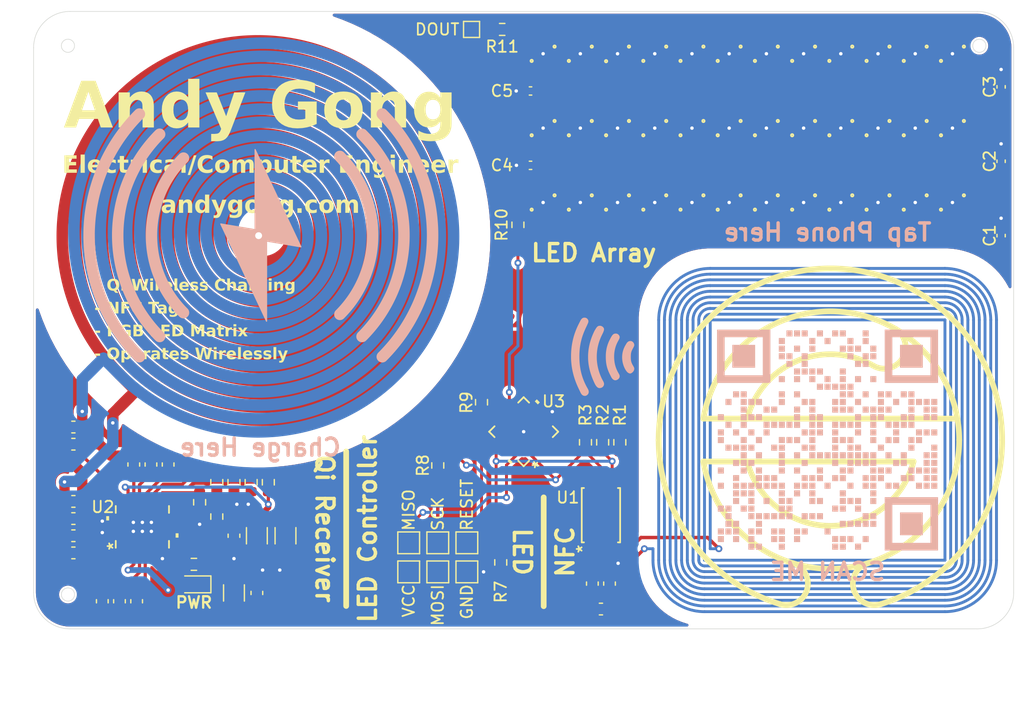
<source format=kicad_pcb>
(kicad_pcb (version 20241229) (generator "pcbnew") (generator_version "9.0")
  (title_block (title "AG Business Card") (date "2025-07-13") (rev "V1"))
  (layers (0 "F.Cu" signal) (2 "B.Cu" signal) (13 "F.Paste" user) (15 "B.Paste" user) (5 "F.SilkS" user "F.Silkscreen") (7 "B.SilkS" user "B.Silkscreen") (1 "F.Mask" user) (3 "B.Mask" user) (25 "Edge.Cuts" user))
  (net 0 "")
  (net 1 "/Qi Charger/AC1")
  (net 2 "/Qi Charger/COIL1")
  (net 3 "/Qi Charger/AC2")
  (net 4 "/Qi Charger/BOOT1")
  (net 5 "/Qi Charger/BOOT2")
  (net 6 "/Qi Charger/CLMP1")
  (net 7 "/Qi Charger/CLMP2")
  (net 8 "/Qi Charger/COM1")
  (net 9 "/Qi Charger/COM2")
  (net 10 "Net-(C_NFCPROT1-Pad2)")
  (net 11 "Net-(U1-AC0)")
  (net 12 "Net-(C_NFC_COIL1-Pad1)")
  (net 13 "Net-(U1-AC1)")
  (net 14 "VCC")
  (net 15 "GND")
  (net 16 "/Qi Charger/RECT")
  (net 17 "Net-(D1-K)")
  (net 18 "/NFC/NFC_GPO")
  (net 19 "/NFC/NFC_SDA")
  (net 20 "/NFC/NFC_SCL")
  (net 21 "/Qi Charger/CHG")
  (net 22 "/Qi Charger/ILIM")
  (net 23 "/Qi Charger/FOD")
  (net 24 "/Qi Charger/TS")
  (net 26 "/Qi Charger/EN2")
  (net 27 "/Qi Charger/AD_EN")
  (net 28 "/Qi Charger/EN1")
  (net 41 "Net-(U4-DOUT)")
  (net 42 "Net-(U5-DOUT)")
  (net 43 "Net-(U6-DOUT)")
  (net 44 "Net-(U7-DOUT)")
  (net 45 "Net-(U8-DOUT)")
  (net 46 "Net-(U10-DIN)")
  (net 47 "Net-(U10-DOUT)")
  (net 48 "Net-(U11-DOUT)")
  (net 49 "Net-(U12-DOUT)")
  (net 50 "Net-(U13-DOUT)")
  (net 51 "Net-(U14-DOUT)")
  (net 52 "/Display/LED Array/R1OR2I")
  (net 53 "Net-(U16-DOUT)")
  (net 54 "Net-(U17-DOUT)")
  (net 55 "Net-(U18-DOUT)")
  (net 56 "Net-(U19-DOUT)")
  (net 57 "Net-(U20-DOUT)")
  (net 58 "Net-(U21-DOUT)")
  (net 59 "Net-(U22-DOUT)")
  (net 60 "Net-(U23-DOUT)")
  (net 61 "Net-(U24-DOUT)")
  (net 62 "Net-(U25-DOUT)")
  (net 63 "Net-(U26-DOUT)")
  (net 64 "/Display/LED Array/R2OR3I")
  (net 65 "Net-(U28-DOUT)")
  (net 66 "Net-(U29-DOUT)")
  (net 67 "Net-(U30-DOUT)")
  (net 68 "Net-(U31-DOUT)")
  (net 69 "Net-(U32-DOUT)")
  (net 70 "Net-(U33-DOUT)")
  (net 71 "Net-(U34-DOUT)")
  (net 72 "Net-(U35-DOUT)")
  (net 73 "Net-(U36-DOUT)")
  (net 74 "Net-(U37-DOUT)")
  (net 75 "Net-(U38-DOUT)")
  (net 76 "/Display/LED Array/R3OR4I")
  (net 77 "Net-(U40-DOUT)")
  (net 78 "Net-(U41-DOUT)")
  (net 79 "Net-(U42-DOUT)")
  (net 80 "Net-(U43-DOUT)")
  (net 81 "Net-(U44-DOUT)")
  (net 82 "Net-(U45-DOUT)")
  (net 83 "Net-(U46-DOUT)")
  (net 84 "Net-(U47-DOUT)")
  (net 85 "Net-(U48-DOUT)")
  (net 86 "Net-(U49-DOUT)")
  (net 87 "Net-(U50-DOUT)")
  (net 88 "/Display/LED Array/R4OR5I")
  (net 89 "Net-(U52-DOUT)")
  (net 90 "Net-(U53-DOUT)")
  (net 91 "Net-(U54-DOUT)")
  (net 92 "Net-(U55-DOUT)")
  (net 93 "Net-(U56-DOUT)")
  (net 94 "Net-(U57-DOUT)")
  (net 95 "Net-(U58-DOUT)")
  (net 96 "Net-(U59-DOUT)")
  (net 97 "Net-(U60-DOUT)")
  (net 98 "Net-(U61-DOUT)")
  (net 99 "Net-(U62-DOUT)")
  (net 100 "/Display/LED Array/R5OR6I")
  (net 101 "Net-(U64-DOUT)")
  (net 102 "Net-(U65-DOUT)")
  (net 103 "Net-(U66-DOUT)")
  (net 104 "Net-(U67-DOUT)")
  (net 105 "Net-(U68-DOUT)")
  (net 106 "Net-(U69-DOUT)")
  (net 107 "Net-(U70-DOUT)")
  (net 108 "Net-(U71-DOUT)")
  (net 109 "Net-(U72-DOUT)")
  (net 110 "Net-(U73-DOUT)")
  (net 111 "Net-(U74-DOUT)")
  (net 112 "/Display/LED Array/R6O")
  (net 113 "Net-(U4-DIN)")
  (net 114 "/Display/LED Array/DOUT")
  (net 115 "/Display/Processor/MOSI")
  (net 116 "/Display/Processor/RESET_n")
  (net 117 "/Display/Processor/MISO")
  (net 118 "/Display/Processor/SCK")
  (net 119 "/Display/Processor/LED")
  (net 120 "Net-(R5-Pad1)")
  (footprint "Capacitor_SMD:C_1206_3216Metric" (layer "F.Cu") (at 127.7 123.842434 90)
    (property "Reference" "C_RECT1" (hide yes))
    (property "Value" "10uF 50V")
  )
  (footprint "SK6805_EC15:4492_ADA" (layer "F.Cu") (at 169.7 80.092434 180)
    (property "Reference" "U69")
    (property "Value" "4492")
  )
  (footprint "SK6805_EC15:4492_ADA" (layer "F.Cu") (at 182.7 83.342434)
    (property "Reference" "U62")
    (property "Value" "4492")
  )
  (footprint "pcb_coils:Qi_COIL_9.9uH_L_11.836_L_prime_2_layer" (layer "F.Cu") (at 125.7 97.27 -135)
    (property "Reference" "Qi_COIL1")
    (property "Value" "9uH")
  )
  (footprint "Capacitor_SMD:C_0603_1608Metric" (layer "F.Cu") (at 125.2 128.842434 -90)
    (property "Reference" "C_OUT2" (hide yes))
    (property "Value" "0.1uF 50V")
  )
  (footprint "TestPoint:TestPoint_Pad_1.5x1.5mm" (layer "F.Cu") (at 138.46 127)
    (property "Reference" "VCC")
    (property "Value" "TestPoint_Pad_1.5x1.5mm")
  )
  (footprint "SK6805_EC15:4492_ADA" (layer "F.Cu") (at 150.2 89.842434)
    (property "Reference" "U28")
    (property "Value" "4492")
  )
  (footprint "SK6805_EC15:4492_ADA" (layer "F.Cu") (at 153.45 86.592434 180)
    (property "Reference" "U50")
    (property "Value" "4492")
  )
  (footprint "SK6805_EC15:4492_ADA" (layer "F.Cu") (at 182.7 86.592434 180)
    (property "Reference" "U41")
    (property "Value" "4492")
  )
  (footprint "SK6805_EC15:4492_ADA" (layer "F.Cu") (at 166.45 96.342434)
    (property "Reference" "U9")
    (property "Value" "4492")
  )
  (footprint "SK6805_EC15:4492_ADA" (layer "F.Cu") (at 163.2 83.342434)
    (property "Reference" "U56")
    (property "Value" "4492")
  )
  (footprint "SK6805_EC15:4492_ADA" (layer "F.Cu") (at 166.45 80.092434 180)
    (property "Reference" "U70")
    (property "Value" "4492")
  )
  (footprint "ST25DV64K_IER6T3-footprints:TSSOP_V64K-IER6T3_STM" (layer "F.Cu") (at 155.25 122.04725 90)
    (property "Reference" "U1")
    (property "Value" "ST25DV64K-IER6T3")
  )
  (footprint "Capacitor_SMD:C_0402_1005Metric" (layer "F.Cu") (at 149.1 91.47)
    (property "Reference" "C4")
    (property "Value" "100nF C307331")
  )
  (footprint "Capacitor_SMD:C_0402_1005Metric" (layer "F.Cu") (at 190.2 84.612434 -90)
    (property "Reference" "C3")
    (property "Value" "100nF C307331")
  )
  (footprint "SK6805_EC15:4492_ADA" (layer "F.Cu") (at 163.2 89.842434)
    (property "Reference" "U32")
    (property "Value" "4492")
  )
  (footprint "BQ51013BRHLR-footprints:RHL20_2P05X3P05" (layer "F.Cu") (at 115.199999 123.067434 90)
    (property "Reference" "U2")
    (property "Value" "BQ51013BRHLR")
  )
  (footprint "Resistor_SMD:R_0603_1608Metric" (layer "F.Cu") (at 126.2 119.167434 90)
    (property "Reference" "R_OS1" (hide yes))
    (property "Value" "20k")
  )
  (footprint "Capacitor_SMD:C_0402_1005Metric" (layer "F.Cu") (at 149.1 84.97 180)
    (property "Reference" "C5")
    (property "Value" "100nF C307331")
  )
  (footprint "Capacitor_SMD:C_1206_3216Metric" (layer "F.Cu") (at 123.2 128.842434 -90)
    (property "Reference" "C_OUT1" (hide yes))
    (property "Value" "10uF 50V")
  )
  (footprint "SK6805_EC15:4492_ADA" (layer "F.Cu") (at 159.95 89.842434)
    (property "Reference" "U31")
    (property "Value" "4492")
  )
  (footprint "SK6805_EC15:4492_ADA" (layer "F.Cu") (at 185.95 86.592434 180)
    (property "Reference" "U40")
    (property "Value" "4492")
  )
  (footprint "SK6805_EC15:4492_ADA" (layer "F.Cu") (at 163.2 96.342434)
    (property "Reference" "U8")
    (property "Value" "4492")
  )
  (footprint "SK6805_EC15:4492_ADA" (layer "F.Cu") (at 182.7 93.092434 180)
    (property "Reference" "U17")
    (property "Value" "4492")
  )
  (footprint "Capacitor_SMD:C_0603_1608Metric" (layer "F.Cu") (at 109.175 123.842434 180)
    (property "Reference" "C1_2" (hide yes))
    (property "Value" "100nF")
  )
  (footprint "Resistor_SMD:R_0603_1608Metric" (layer "F.Cu") (at 120.2 120.917434 -90)
    (property "Reference" "R_TS1" (hide yes))
    (property "Value" "10k")
  )
  (footprint "LED_SMD:LED_0603_1608Metric" (layer "F.Cu") (at 119.7 128.092434 180)
    (property "Reference" "D1")
    (property "Value" "2.1V")
  )
  (footprint "TestPoint:TestPoint_Pad_1.5x1.5mm" (layer "F.Cu") (at 143.54 127)
    (property "Reference" "GND")
    (property "Value" "TestPoint_Pad_1.5x1.5mm")
  )
  (footprint "Capacitor_SMD:C_0603_1608Metric" (layer "F.Cu") (at 154.5 128.025 -90)
    (property "Reference" "C_NFCPROT1" (hide yes))
    (property "Value" "1nF")
  )
  (footprint "Capacitor_SMD:C_1206_3216Metric" (layer "F.Cu") (at 125.2 123.842434 90)
    (property "Reference" "C_RECT2" (hide yes))
    (property "Value" "10uF 50V")
  )
  (footprint "SK6805_EC15:4492_ADA" (layer "F.Cu") (at 159.95 93.092434 180)
    (property "Reference" "U24")
    (property "Value" "4492")
  )
  (footprint "Resistor_SMD:R_0603_1608Metric" (layer "F.Cu") (at 119.7 126.342434)
    (property "Reference" "R4" (hide yes))
    (property "Value" "1k5")
  )
  (footprint "SK6805_EC15:4492_ADA" (layer "F.Cu") (at 153.45 89.842434)
    (property "Reference" "U29")
    (property "Value" "4492")
  )
  (footprint "SK6805_EC15:4492_ADA" (layer "F.Cu") (at 169.7 93.092434 180)
    (property "Reference" "U21")
    (property "Value" "4492")
  )
  (footprint "SK6805_EC15:4492_ADA" (layer "F.Cu") (at 153.45 83.342434)
    (property "Reference" "U53")
    (property "Value" "4492")
  )
  (footprint "SK6805_EC15:4492_ADA" (layer "F.Cu") (at 150.2 93.092434 180)
    (property "Reference" "U27")
    (property "Value" "4492")
  )
  (footprint "SK6805_EC15:4492_ADA" (layer "F.Cu") (at 166.45 93.092434 180)
    (property "Reference" "U22")
    (property "Value" "4492")
  )
  (footprint "SK6805_EC15:4492_ADA" (layer "F.Cu") (at 176.2 80.092434 180)
    (property "Reference" "U67")
    (property "Value" "4492")
  )
  (footprint "Capacitor_SMD:C_0603_1608Metric" (layer "F.Cu") (at 113.2 129.567434 -90)
    (property "Reference" "C_CLAMP1" (hide yes))
    (property "Value" "0.47uF 25V")
  )
  (footprint "SK6805_EC15:4492_ADA" (layer "F.Cu") (at 163.2 86.592434 180)
    (property "Reference" "U47")
    (property "Value" "4492")
  )
  (footprint "SK6805_EC15:4492_ADA" (layer "F.Cu") (at 150.2 83.342434)
    (property "Reference" "U52")
    (property "Value" "4492")
  )
  (footprint "SK6805_EC15:4492_ADA" (layer "F.Cu") (at 172.95 83.342434)
    (property "Reference" "U59")
    (property "Value" "4492")
  )
  (footprint "TestPoint:TestPoint_Pad_1.5x1.5mm" (layer "F.Cu") (at 143.54 124.46)
    (property "Reference" "RESET")
    (property "Value" "TestPoint_Pad_1.5x1.5mm")
  )
  (footprint "SK6805_EC15:4492_ADA" (layer "F.Cu") (at 176.2 86.592434 180)
    (property "Reference" "U43")
    (property "Value" "4492")
  )
  (footprint "SK6805_EC15:4492_ADA" (layer "F.Cu") (at 172.95 86.592434 180)
    (property "Reference" "U44")
    (property "Value" "4492")
  )
  (footprint "Capacitor_SMD:C_0402_1005Metric" (layer "F.Cu") (at 190.2 91.112434 -90)
    (property "Reference" "C2")
    (property "Value" "100nF C307331")
  )
  (footprint "Capacitor_SMD:C_0603_1608Metric" (layer "F.Cu") (at 109.175 120.842434 180)
    (property "Reference" "C1_4" (hide yes))
    (property "Value" "4.7nF")
  )
  (footprint "Capacitor_SMD:C_0402_1005Metric" (layer "F.Cu") (at 190.2 97.612434 -90)
    (property "Reference" "C1")
    (property "Value" "100nF C307331")
  )
  (footprint "Resistor_SMD:R_0603_1608Metric" (layer "F.Cu") (at 123.2 119.167434 90)
    (property "Reference" "R_FOD2" (hide yes))
    (property "Value" "2k2")
  )
  (footprint "Capacitor_SMD:C_0603_1608Metric" (layer "F.Cu") (at 114.7 129.567434 -90)
    (property "Reference" "C_COMM1" (hide yes))
    (property "Value" "22nF 50V")
  )
  (footprint "SK6805_EC15:4492_ADA" (layer "F.Cu") (at 166.45 89.842434)
    (property "Reference" "U33")
    (property "Value" "4492")
  )
  (footprint "Resistor_SMD:R_0603_1608Metric" (layer "F.Cu") (at 144.82 112.175 -90)
    (property "Reference" "R9")
    (property "Value" "10k")
  )
  (footprint "Resistor_SMD:R_0603_1608Metric" (layer "F.Cu") (at 121.7 122.167434 -90)
    (property "Reference" "R5" (hide yes))
    (property "Value" "33")
  )
  (footprint "Capacitor_SMD:C_0603_1608Metric" (layer "F.Cu") (at 109.175 115.842434 180)
    (property "Reference" "C2_1" (hide yes))
    (property "Value" "2.2nF")
  )
  (footprint "SK6805_EC15:4492_ADA" (layer "F.Cu") (at 150.2 86.592434 180)
    (property "Reference" "U51")
    (property "Value" "4492")
  )
  (footprint "Resistor_SMD:R_0603_1608Metric" (layer "F.Cu") (at 146.5 126.175 90)
    (property "Reference" "R7")
    (property "Value" "470")
  )
  (footprint "SK6805_EC15:4492_ADA" (layer "F.Cu") (at 150.2 96.342434)
    (property "Reference" "U4")
    (property "Value" "4492")
  )
  (footprint "Capacitor_SMD:C_0603_1608Metric" (layer "F.Cu") (at 109.175 125.342434 180)
    (property "Reference" "C1_1" (hide yes))
    (property "Value" "100nF")
  )
  (footprint "Capacitor_SMD:C_0603_1608Metric" (layer "F.Cu") (at 109.175 122.342434 180)
    (property "Reference" "C1_3" (hide yes))
    (property "Value" "10nF")
  )
  (footprint "SK6805_EC15:4492_ADA" (layer "F.Cu") (at 169.7 96.342434)
    (property "Reference" "U10")
    (property "Value" "4492")
  )
  (footprint "Capacitor_SMD:C_0603_1608Metric" (layer "F.Cu") (at 156 128.025 -90)
    (property "Reference" "C_NFC_COIL2" (hide yes))
    (property "Value" "TBD")
  )
  (footprint "SK6805_EC15:4492_ADA" (layer "F.Cu") (at 172.95 96.342434)
    (property "Reference" "U11")
    (property "Value" "4492")
  )
  (footprint "SK6805_EC15:4492_ADA" (layer "F.Cu") (at 163.2 80.092434 180)
    (property "Reference" "U71")
    (property "Value" "4492")
  )
  (footprint "SK6805_EC15:4492_ADA" (layer "F.Cu") (at 179.45 86.592434 180)
    (property "Reference" "U42")
    (property "Value" "4492")
  )
  (footprint "SK6805_EC15:4492_ADA" (layer "F.Cu") (at 176.2 83.342434)
    (property "Reference" "U60")
    (property "Value" "4492")
  )
  (footprint "SK6805_EC15:4492_ADA" (layer "F.Cu") (at 179.45 96.342434)
    (property "Reference" "U13")
    (property "Value" "4492")
  )
  (footprint "SK6805_EC15:4492_ADA" (layer "F.Cu") (at 169.7 89.842434)
    (property "Reference" "U34")
    (property "Value" "4492")
  )
  (footprint "SK6805_EC15:4492_ADA" (layer "F.Cu") (at 179.45 83.342434)
    (property "Reference" "U61")
    (property "Value" "4492")
  )
  (footprint "SK6805_EC15:4492_ADA" (layer "F.Cu") (at 179.45 80.092434 180)
    (property "Reference" "U66")
    (property "Value" "4492")
  )
  (footprint "SK6805_EC15:4492_ADA" (layer "F.Cu") (at 156.7 80.092434 180)
    (property "Reference" "U73")
    (property "Value" "4492")
  )
  (footprint "SK6805_EC15:4492_ADA" (layer "F.Cu") (at 176.2 96.342434)
    (property "Reference" "U12")
    (property "Value" "4492")
  )
  (footprint "SK6805_EC15:4492_ADA" (layer "F.Cu") (at 185.95 80.092434 180)
    (property "Reference" "U64")
    (property "Value" "4492")
  )
  (footprint "Capacitor_SMD:C_0603_1608Metric" (layer "F.Cu") (at 115.95 117.617434 -90)
    (property "Reference" "C_CLAMP2" (hide yes))
    (property "Value" "0.47uF 25V")
  )
  (footprint "Resistor_SMD:R_0603_1608Metric" (layer "F.Cu") (at 124.7 119.167434 90)
    (property "Reference" "R_FOD1" (hide yes))
    (property "Value" "220")
  )
  (footprint "SK6805_EC15:4492_ADA" (layer "F.Cu") (at 182.7 89.842434)
    (property "Reference" "U38")
    (property "Value" "4492")
  )
  (footprint "SK6805_EC15:4492_ADA" (layer "F.Cu") (at 163.2 93.092434 180)
    (property "Reference" "U23")
    (property "Value" "4492")
  )
  (footprint "Capacitor_SMD:C_0603_1608Metric" (layer "F.Cu") (at 155.25 130.25 180)
    (property "Reference" "C_NFC_COIL1" (hide yes))
    (property "Value" "TBD")
  )
  (footprint "SK6805_EC15:4492_ADA" (layer "F.Cu") (at 156.7 96.342434)
    (property "Reference" "U6")
    (property "Value" "4492")
  )
  (footprint "SK6805_EC15:4492_ADA" (layer "F.Cu") (at 153.45 80.092434 180)
    (property "Reference" "U74")
    (property "Value" "4492")
  )
  (footprint "Resistor_SMD:R_0603_1608Metric" (layer "F.Cu") (at 148 96.667434 90)
    (property "Reference" "R10")
    (property "Value" "470")
  )
  (footprint "SK6805_EC15:4492_ADA" (layer "F.Cu") (at 156.7 86.592434 180)
    (property "Reference" "U49")
    (property "Value" "4492")
  )
  (footprint "SK6805_EC15:4492_ADA" (layer "F.Cu") (at 153.45 93.092434 180)
    (property "Reference" "U26")
    (property "Value" "4492")
  )
  (footprint "SK6805_EC15:4492_ADA" (layer "F.Cu") (at 156.7 83.367434)
    (property "Reference" "U54")
    (property "Value" "4492")
  )
  (footprint "SK6805_EC15:4492_ADA" (layer "F.Cu") (at 185.95 89.842434)
    (property "Reference" "U39")
    (property "Value" "4492")
  )
  (footprint "Capacitor_SMD:C_0603_1608Metric" (layer "F.Cu") (at 117.45 117.617434 -90)
    (property "Reference" "C_COMM2" (hide yes))
    (property "Value" "22nF 50V")
  )
  (footprint "SK6805_EC15:4492_ADA" (layer "F.Cu") (at 172.95 80.092434 180)
    (property "Reference" "U68")
    (property "Value" "4492")
  )
  (footprint "Capacitor_SMD:C_0603_1608Metric" (layer "F.Cu") (at 114.45 117.617434 -90)
    (property "Reference" "C_BOOT2" (hide yes))
    (property "Value" "0.01uF 50V")
  )
  (footprint "SK6805_EC15:4492_ADA" (layer "F.Cu") (at 179.45 93.092434 180)
    (property "Reference" "U18")
    (property "Value" "4492")
  )
  (footprint "Resistor_SMD:R_0603_1608Metric" (layer "F.Cu") (at 121.7 119.167434 -90)
    (property "Reference" "R6" (hide yes))
    (property "Value" "33")
  )
  (footprint "SK6805_EC15:4492_ADA" (layer "F.Cu") (at 172.95 89.842434)
    (property "Reference" "U35")
    (property "Value" "4492")
  )
  (footprint "SK6805_EC15:4492_ADA" (layer "F.Cu") (at 182.7 96.342434)
    (property "Reference" "U14")
    (property "Value" "4492")
  )
  (footprint "TestPoint:TestPoint_Pad_1.5x1.5mm" (layer "F.Cu") (at 138.46 124.46)
    (property "Reference" "MISO")
    (property "Value" "TestPoint_Pad_1.5x1.5mm")
  )
  (footprint "Capacitor_SMD:C_0603_1608Metric" (layer "F.Cu") (at 123.2 123.842434 90)
    (property "Reference" "C_RECT3" (hide yes))
    (property "Value" "0.1uF 50V")
  )
  (footprint "SK6805_EC15:4492_ADA" (layer "F.Cu") (at 159.95 96.342434)
    (property "Reference" "U7")
    (property "Value" "4492")
  )
  (footprint "SK6805_EC15:4492_ADA" (layer "F.Cu") (at 169.7 86.592434 180)
    (property "Reference" "U45")
    (property "Value" "4492")
  )
  (footprint "SK6805_EC15:4492_ADA" (layer "F.Cu") (at 159.95 86.592434 180)
    (property "Reference" "U48")
    (property "Value" "4492")
  )
  (footprint "Capacitor_SMD:C_0603_1608Metric" (layer "F.Cu") (at 111.7 129.567434 -90)
    (property "Reference" "C_BOOT1" (hide yes))
    (property "Value" "0.01uF 50V")
  )
  (footprint "ATTINY84-20MU:20M1_ATM" (layer "F.Cu") (at 148.5 114.75 135)
    (property "Reference" "U3")
    (property "Value" "ATTINY84-20MUR")
  )
  (footprint "SK6805_EC15:4492_ADA" (layer "F.Cu") (at 182.7 80.092434 180)
    (property "Reference" "U65")
    (property "Value" "4492")
  )
  (footprint "Resistor_SMD:R_0603_1608Metric" (layer "F.Cu") (at 153.9 115.675 -90)
    (property "Reference" "R3")
    (property "Value" "10k")
  )
  (footprint "SK6805_EC15:4492_ADA" (layer "F.Cu") (at 176.2 89.842434)
    (property "Reference" "U36")
    (property "Value" "4492")
  )
  (footprint "SK6805_EC15:4492_ADA" (layer "F.Cu") (at 153.45 96.342434)
    (property "Reference" "U5")
    (property "Value" "4492")
  )
  (footprint "SK6805_EC15:4492_ADA" (layer "F.Cu") (at 185.95 83.342434)
    (property "Reference" "U63")
    (property "Value" "4492")
  )
  (footprint "SK6805_EC15:4492_ADA" (layer "F.Cu") (at 166.45 86.592434 180)
    (property "Reference" "U46")
    (property "Value" "4492")
  )
  (footprint "TestPoint:TestPoint_Pad_1.5x1.5mm" (layer "F.Cu") (at 141 124.46)
    (property "Reference" "SCK")
    (property "Value" "TestPoint_Pad_1.5x1.5mm")
  )
  (footprint "SK6805_EC15:4492_ADA" (layer "F.Cu") (at 169.7 83.342434)
    (property "Reference" "U58")
    (property "Value" "4492")
  )
  (footprint "Resistor_SMD:R_0603_1608Metric" (layer "F.Cu") (at 146.625 79.592434 180)
    (property "Reference" "R11")
    (property "Value" "470")
  )
  (footprint "SK6805_EC15:4492_ADA" (layer "F.Cu") (at 150.2 80.092434 180)
    (property "Reference" "U75")
    (property "Value" "4492")
  )
  (footprint "SK6805_EC15:4492_ADA" (layer "F.Cu") (at 166.45 83.342434)
    (property "Reference" "U57")
    (property "Value" "4492")
  )
  (footprint "Resistor_SMD:R_0603_1608Metric" (layer "F.Cu") (at 156.9 115.675 -90)
    (property "Reference" "R1")
    (property "Value" "10k")
  )
  (footprint "Resistor_SMD:R_0603_1608Metric" (layer "F.Cu") (at 155.4 115.675 -90)
    (property "Reference" "R2")
    (property "Value" "10k")
  )
  (footprint "SK6805_EC15:4492_ADA" (layer "F.Cu") (at 159.95 83.342434)
    (property "Reference" "U55")
    (property "Value" "4492")
  )
  (footprint "SK6805_EC15:4492_ADA" (layer "F.Cu") (at 156.7 89.842434)
    (property "Reference" "U30")
    (property "Value" "4492")
  )
  (footprint "Capacitor_SMD:C_0603_1608Metric" (layer "F.Cu") (at 109.175 114.342434 180)
    (property "Reference" "C2_2" (hide yes))
    (property "Value" "330pF")
  )
  (footprint "SK6805_EC15:4492_ADA" (layer "F.Cu") (at 176.2 93.092434 180)
    (property "Reference" "U19")
    (property "Value" "4492")
  )
  (footprint "SK6805_EC15:4492_ADA" (layer "F.Cu") (at 172.95 93.092434 180)
    (property "Reference" "U20")
    (property "Value" "4492")
  )
  (footprint "Resistor_SMD:R_0603_1608Metric" (layer "F.Cu") (at 141 117.7 -90)
    (property "Reference" "R8")
    (property "Value" "470")
  )
  (footprint "TestPoint:TestPoint_Pad_1.5x1.5mm" (layer "F.Cu") (at 141 127)
    (property "Reference" "MOSI")
    (property "Value" "TestPoint_Pad_1.5x1.5mm")
  )
  (footprint "SK6805_EC15:4492_ADA" (layer "F.Cu") (at 159.95 80.092434 180)
    (property "Reference" "U72")
    (property "Value" "4492")
  )
  (footprint "SK6805_EC15:4492_ADA" (layer "F.Cu") (at 185.95 93.092434 180)
    (property "Reference" "U16")
    (property "Value" "4492")
  )
  (footprint "SK6805_EC15:4492_ADA" (layer "F.Cu") (at 185.95 96.342434)
    (property "Reference" "U15")
    (property "Value" "4492")
  )
  (footprint "TestPoint:TestPoint_Pad_1.0x1.0mm" (layer "F.Cu") (at 143.95 79.592434)
    (property "Reference" "DOUT")
    (property "Value" "TestPoint_Pad_1.0x1.0mm")
  )
  (footprint "SK6805_EC15:4492_ADA" (layer "F.Cu") (at 156.7 93.092434 180)
    (property "Reference" "U25")
    (property "Value" "4492")
  )
  (footprint "SK6805_EC15:4492_ADA" (layer "F.Cu") (at 179.45 89.842434)
    (property "Reference" "U37")
    (property "Value" "4492")
  )
  (footprint "nfc_logo:nfc_wifi_only" (layer "B.Cu") (at 155.4 108.2 180)
    (property "Reference" "G***")
    (property "Value" "LOGO" (hide yes))
  )
  (footprint "pcb_coils:Final_NFC_COIL_4.7uH" (layer "B.Cu") (at 175.295 115.48 180)
    (property "Reference" "NFC_COIL1")
    (property "Value" "4.74uH")
  )
  (footprint "qr_code:qr_code_bmp" (layer "B.Cu") (at 175.0425 115.48 180)
    (property "Reference" "SCAN ME")
    (property "Value" "LOGO" (hide yes))
  )
  (gr_line (start 133 116.48) (end 133 129.98) (stroke (width 0.5)) (layer "F.SilkS"))
  (gr_arc (start 170.904425 129.82457) (mid 163.232148 124.402341) (end 160.290001 115.479999) (stroke (width 0.5)) (layer "F.SilkS"))
  (gr_arc (start 182.551843 117.354999) (mid 175.290001 122.979998) (end 168.028158 117.355001) (stroke (width 0.5)) (layer "F.SilkS"))
  (gr_arc (start 180.911306 105.735081) (mid 181.599161 108.296203) (end 179.037918 108.983609) (stroke (width 0.5)) (layer "F.SilkS"))
  (gr_arc (start 186.54 115.479999) (mid 176.2308 126.690592) (end 164.197352 117.355008) (stroke (width 0.5)) (layer "F.SilkS"))
  (gr_arc (start 171.996905 126.237235) (mid 173.246292 128.577739) (end 170.904425 129.82457) (stroke (width 0.5)) (layer "F.SilkS"))
  (gr_line (start 164.197352 117.354999) (end 182.551842 117.354999) (stroke (width 0.5)) (layer "F.SilkS"))
  (gr_arc (start 179.675576 129.82457) (mid 177.333835 128.578149) (end 178.582274 126.237483) (stroke (width 0.5)) (layer "F.SilkS"))
  (gr_line (start 164.197352 113.604999) (end 186.382648 113.604999) (stroke (width 0.5)) (layer "F.SilkS"))
  (gr_line (start 150.25 120.49) (end 150.25 130) (stroke (width 0.5)) (layer "F.SilkS"))
  (gr_arc (start 160.29 115.479999) (mid 175.29 100.479999) (end 190.29 115.479999) (stroke (width 0.5)) (layer "F.SilkS"))
  (gr_arc (start 190.29 115.479999) (mid 187.347853 124.402341) (end 179.675576 129.82457) (stroke (width 0.5)) (layer "F.SilkS"))
  (gr_arc (start 164.197352 113.604999) (mid 176.230795 104.269407) (end 186.539998 115.479999) (stroke (width 0.5)) (layer "F.SilkS"))
  (gr_arc (start 168.028157 113.604997) (mid 172.387203 108.564526) (end 179.037918 108.983607) (stroke (width 0.5)) (layer "F.SilkS"))
  (gr_arc (start 134.385145 88.753599) (mid 138.04631 97.592434) (end 134.385145 106.431269) (stroke (width 1)) (layer "B.SilkS"))
  (gr_arc (start 116.707475 106.431269) (mid 113.04631 97.592434) (end 116.707475 88.753599) (stroke (width 1)) (layer "B.SilkS"))
  (gr_poly (pts (xy 125.04631 90.092434) (xy 125.04631 97.092434) (xy 122.04631 96.592434) (xy 126.04631 105.092434) (xy 126.04631 98.092434) (xy 129.04631 98.592434)) (stroke (width 0.1)) (fill yes) (layer "B.SilkS"))
  (gr_arc (start 136.152912 86.985832) (mid 140.54631 97.592434) (end 136.152912 108.199036) (stroke (width 1)) (layer "B.SilkS"))
  (gr_arc (start 132.449661 90.689083) (mid 135.309123 97.592434) (end 132.449661 104.495785) (stroke (width 1)) (layer "B.SilkS"))
  (gr_arc (start 114.939708 108.199036) (mid 110.546309 97.592434) (end 114.939708 86.985832) (stroke (width 1)) (layer "B.SilkS"))
  (gr_arc (start 118.791682 104.347062) (mid 115.993823 97.592434) (end 118.791682 90.837806) (stroke (width 1)) (layer "B.SilkS"))
  (gr_line (start 188.125 78.02) (end 108.875 78.02) (stroke (width 0.05)) (layer "Edge.Cuts"))
  (gr_circle (center 108.7 128.98) (end 109.276 128.98) (stroke (width 0.05)) (fill no) (layer "Edge.Cuts"))
  (gr_circle (center 108.7 81.02) (end 109.276 81.02) (stroke (width 0.05)) (fill no) (layer "Edge.Cuts"))
  (gr_line (start 191.3 128.805) (end 191.3 81.195) (stroke (width 0.05)) (layer "Edge.Cuts"))
  (gr_arc (start 105.7 81.195) (mid 106.629936 78.949936) (end 108.875 78.02) (stroke (width 0.05)) (layer "Edge.Cuts"))
  (gr_line (start 105.7 81.195) (end 105.7 128.805) (stroke (width 0.05)) (layer "Edge.Cuts"))
  (gr_arc (start 191.3 128.805) (mid 190.370064 131.050064) (end 188.125 131.98) (stroke (width 0.05)) (layer "Edge.Cuts"))
  (gr_arc (start 188.125 78.02) (mid 190.370064 78.949936) (end 191.3 81.195) (stroke (width 0.05)) (layer "Edge.Cuts"))
  (gr_arc (start 108.875 131.98) (mid 106.629936 131.050064) (end 105.7 128.805) (stroke (width 0.05)) (layer "Edge.Cuts"))
  (gr_line (start 188.125 131.98) (end 108.875 131.98) (stroke (width 0.05)) (layer "Edge.Cuts"))
  (gr_circle (center 188.3 81.02) (end 188.876 81.02) (stroke (width 0.05)) (fill no) (layer "Edge.Cuts"))
  (gr_text "2025 V1" (at 151.5 105.1 0) (layer "F.Cu" knockout) (effects (font (size 1.5 1.5) (thickness 0.3) (bold yes))))
  (gr_text "Electrical/Computer Engineer" (at 125.5 91.5 0) (layer "F.SilkS") (effects (font (size 1.5 1.5) (thickness 0.25) (bold yes))))
  (gr_text "- NFC Tag" (at 111 104 0) (layer "F.SilkS") (effects (font (size 1 1) (thickness 0.25) (bold yes)) (justify left)))
  (gr_text "andygong.com\n" (at 125.5 95 0) (layer "F.SilkS") (effects (font (size 1.5 1.5) (thickness 0.25) (bold yes))))
  (gr_text "- Qi Wireless Charging" (at 111 102 0) (layer "F.SilkS") (effects (font (size 1 1) (thickness 0.25) (bold yes)) (justify left)))
  (gr_text "LED Array" (at 149 98.25 0) (layer "F.SilkS") (effects (font (size 1.5 1.5) (thickness 0.3) (bold yes)) (justify left top)))
  (gr_text "Andy Gong" (at 125.5 86.5 0) (layer "F.SilkS") (effects (font (size 4 4) (thickness 0.75) (bold yes))))
  (gr_text "PWR" (at 119.7 129.092434 0) (layer "F.SilkS") (effects (font (size 1 1) (thickness 0.2) (bold yes)) (justify top)))
  (gr_text "- RGB LED Matrix" (at 111 106 0) (layer "F.SilkS") (effects (font (size 1 1) (thickness 0.25) (bold yes)) (justify left)))
  (gr_text "NFC" (at 151.25 125.245 90) (layer "F.SilkS") (effects (font (size 1.5 1.5) (thickness 0.3) (bold yes)) (justify top)))
  (gr_text "LED Controller" (at 134 123.23 90) (layer "F.SilkS") (effects (font (size 1.5 1.5) (thickness 0.3) (bold yes)) (justify top)))
  (gr_text "Qi Receiver" (at 132 123.23 270) (layer "F.SilkS") (effects (font (size 1.5 1.5) (thickness 0.3) (bold yes)) (justify top)))
  (gr_text "LED" (at 149.25 125.245 270) (layer "F.SilkS") (effects (font (size 1.5 1.5) (thickness 0.3) (bold yes)) (justify top)))
  (gr_text "- Operates Wirelessly" (at 111 108 0) (layer "F.SilkS") (effects (font (size 1 1) (thickness 0.25) (bold yes)) (justify left)))
  (gr_text "Tap Phone Here" (at 175.045 98.2 0) (layer "B.SilkS") (effects (font (size 1.5 1.5) (thickness 0.3) (bold yes)) (justify bottom mirror)))
  (gr_text "Charge Here" (at 125.5 117 0) (layer "B.SilkS") (effects (font (size 1.5 1.5) (thickness 0.3) (bold yes)) (justify bottom mirror)))
  (segment (start 109.95 118.342434) (end 109.95 129.067434) (width 0.9) (layer "F.Cu") (net 1))
  (segment (start 108.4 116.792434) (end 109.95 118.342434) (width 0.9) (layer "F.Cu") (net 1))
  (segment (start 108.4 114.342434) (end 108.4 116.792434) (width 0.9) (layer "F.Cu") (net 1))
  (segment (start 111.225 130.342434) (end 111.7 130.342434) (width 0.9) (layer "F.Cu") (net 1))
  (segment (start 113.45 125.342434) (end 113.2 125.592434) (width 0.28) (layer "F.Cu") (net 1))
  (segment (start 113.45 124.792434) (end 113.45 125.342434) (width 0.28) (layer "F.Cu") (net 1))
  (segment (start 110.2 125.592434) (end 109.95 125.342434) (width 0.28) (layer "F.Cu") (net 1))
  (segment (start 111.7 130.342434) (end 114.7 130.342434) (width 0.9) (layer "F.Cu") (net 1))
  (segment (start 113.2 125.592434) (end 110.2 125.592434) (width 0.28) (layer "F.Cu") (net 1))
  (segment (start 109.95 129.067434) (end 111.225 130.342434) (width 0.9) (layer "F.Cu") (net 1))
  (segment (start 113.630394 112.176518) (end 112.618168 113.188744) (width 0.996) (layer "F.Cu") (net 2))
  (segment (start 108.4 120.842434) (end 108.4 119.142434) (width 0.28) (layer "F.Cu") (net 2))
  (segment (start 108.4 119.142434) (end 108.4 125.342434) (width 0.9) (layer "F.Cu") (net 2))
  (segment (start 112.618168 113.188744) (end 112.618168 113.98) (width 0.996) (layer "F.Cu") (net 2))
  (via (at 112.618168 113.98) (size 0.6) (drill 0.3) (layers "F.Cu" "B.Cu") (net 2))
  (via (at 108.4 119.142434) (size 0.6) (drill 0.3) (layers "F.Cu" "B.Cu") (net 2))
  (segment (start 108.45 119.092434) (end 108.4 119.142434) (width 0.996) (layer "B.Cu") (net 2))
  (segment (start 112.618168 113.98) (end 112.618168 115.924266) (width 0.996) (layer "B.Cu") (net 2))
  (segment (start 109.45 119.092434) (end 108.45 119.092434) (width 0.996) (layer "B.Cu") (net 2))
  (segment (start 112.618168 115.924266) (end 109.45 119.092434) (width 0.996) (layer "B.Cu") (net 2))
  (segment (start 114.45 116.842434) (end 115.95 116.842434) (width 0.9) (layer "F.Cu") (net 3))
  (segment (start 109.95 115.842434) (end 109.95 112.98) (width 0.9) (layer "F.Cu") (net 3))
  (segment (start 113.45 120.342434) (end 109.95 116.842434) (width 0.28) (layer "F.Cu") (net 3))
  (segment (start 111.45 115.842434) (end 112.45 116.842434) (width 0.9) (layer "F.Cu") (net 3))
  (segment (start 109.95 116.842434) (end 109.95 115.842434) (width 0.28) (layer "F.Cu") (net 3))
  (segment (start 114.79631 116.842434) (end 117.45 116.842434) (width 0.9) (layer "F.Cu") (net 3))
  (segment (start 112.45 116.842434) (end 114.45 116.842434) (width 0.9) (layer "F.Cu") (net 3))
  (segment (start 113.45 121.342434) (end 113.45 120.342434) (width 0.28) (layer "F.Cu") (net 3))
  (segment (start 109.95 115.842434) (end 111.45 115.842434) (width 0.9) (layer "F.Cu") (net 3))
  (via (at 109.95 112.98) (size 0.6) (drill 0.3) (layers "F.Cu" "B.Cu") (net 3))
  (segment (start 109.948 112.978) (end 109.948 110.190744) (width 0.996) (layer "B.Cu") (net 3))
  (segment (start 109.95 112.98) (end 109.948 112.978) (width 0.996) (layer "B.Cu") (net 3))
  (segment (start 109.948 110.190744) (end 110.79631 109.342434) (width 0.996) (layer "B.Cu") (net 3))
  (segment (start 113.949999 124.792434) (end 113.949999 125.522671) (width 0.28) (layer "F.Cu") (net 4))
  (segment (start 111.7 127.77267) (end 111.7 128.817434) (width 0.28) (layer "F.Cu") (net 4))
  (segment (start 113.949999 125.522671) (end 111.7 127.77267) (width 0.28) (layer "F.Cu") (net 4))
  (segment (start 114.45 118.392434) (end 114.45 121.342432) (width 0.28) (layer "F.Cu") (net 5))
  (segment (start 114.45 121.342432) (end 114.449998 121.342434) (width 0.28) (layer "F.Cu") (net 5))
  (segment (start 114.949999 127.042435) (end 113.2 128.792434) (width 0.28) (layer "F.Cu") (net 6))
  (segment (start 114.949999 124.792434) (end 114.949999 127.042435) (width 0.28) (layer "F.Cu") (net 6))
  (segment (start 115.95 118.392434) (end 114.949999 119.392435) (width 0.28) (layer "F.Cu") (net 7))
  (segment (start 114.949999 119.392435) (end 114.949999 121.342434) (width 0.28) (layer "F.Cu") (net 7))
  (segment (start 115.449999 128.042435) (end 115.449999 124.792434) (width 0.28) (layer "F.Cu") (net 8))
  (segment (start 114.7 128.792434) (end 115.449999 128.042435) (width 0.28) (layer "F.Cu") (net 8))
  (segment (start 117.292524 118.392434) (end 117.45 118.392434) (width 0.28) (layer "F.Cu") (net 9))
  (segment (start 115.449999 120.234959) (end 117.292524 118.392434) (width 0.28) (layer "F.Cu") (net 9))
  (segment (start 115.449999 121.342434) (end 115.449999 120.234959) (width 0.28) (layer "F.Cu") (net 9))
  (segment (start 158.25 125.77) (end 159.04 124.98) (width 0.3) (layer "F.Cu") (net 10))
  (segment (start 159.04631 124.98631) (end 159.04 124.98) (width 0.3) (layer "F.Cu") (net 10))
  (segment (start 154.475 130) (end 154.475 128.575) (width 0.3) (layer "F.Cu") (net 10))
  (segment (start 155.301 131.076) (end 156.744822 131.076) (width 0.3) (layer "F.Cu") (net 10))
  (segment (start 154.475 130.25) (end 155.301 131.076) (width 0.3) (layer "F.Cu") (net 10))
  (segment (start 156.744822 131.076) (end 158.25 129.570822) (width 0.3) (layer "F.Cu") (net 10))
  (segment (start 158.25 129.570822) (end 158.25 125.77) (width 0.3) (layer "F.Cu") (net 10))
  (segment (start 154.475 128.575) (end 154.5 128.55) (width 0.3) (layer "F.Cu") (net 10))
  (segment (start 154.925007 125) (end 154.925007 126.824993) (width 0.3) (layer "F.Cu") (net 11))
  (segment (start 154.925007 126.824993) (end 154.5 127.25) (width 0.3) (layer "F.Cu") (net 11))
  (segment (start 156.025 128.575) (end 156 128.55) (width 0.3) (layer "F.Cu") (net 12))
  (segment (start 156.025 130) (end 156.025 128.575) (width 0.3) (layer "F.Cu") (net 12))
  (segment (start 157.499 125.251) (end 157.499 126.501) (width 0.3) (layer "F.Cu") (net 13))
  (segment (start 155.574993 126.824993) (end 156 127.25) (width 0.3) (layer "F.Cu") (net 13))
  (segment (start 158.75 124) (end 157.499 125.251) (width 0.3) (layer "F.Cu") (net 13))
  (segment (start 157.499 126.501) (end 156.75 127.25) (width 0.3) (layer "F.Cu") (net 13))
  (segment (start 155.574993 125) (end 155.574993 126.824993) (width 0.3) (layer "F.Cu") (net 13))
  (segment (start 164.57 124) (end 158.75 124) (width 0.3) (layer "F.Cu") (net 13))
  (segment (start 165.55 124.98) (end 164.57 124) (width 0.3) (layer "F.Cu") (net 13))
  (segment (start 165.53 125) (end 165.55 124.98) (width 0.3) (layer "F.Cu") (net 13))
  (segment (start 156.75 127.25) (end 156 127.25) (width 0.3) (layer "F.Cu") (net 13))
  (segment (start 149.491789 113.051106) (end 150 112.542895) (width 0.2548) (layer "F.Cu") (net 14))
  (segment (start 114.449998 126.342436) (end 113.95 126.842434) (width 0.28) (layer "F.Cu") (net 14))
  (segment (start 114.449998 124.792434) (end 114.449998 126.342436) (width 0.28) (layer "F.Cu") (net 14))
  (segment (start 150 112.542895) (end 150 112) (width 0.2548) (layer "F.Cu") (net 14))
  (via (at 113.95 126.842434) (size 0.6) (drill 0.3) (layers "F.Cu" "B.Cu") (net 14))
  (via (at 117.45 128.592434) (size 0.6) (drill 0.3) (layers "F.Cu" "B.Cu") (net 14))
  (segment (start 117.45 128.592434) (end 115.7 126.842434) (width 0.5) (layer "B.Cu") (net 14))
  (segment (start 115.7 126.842434) (end 113.95 126.842434) (width 0.5) (layer "B.Cu") (net 14))
  (segment (start 186.573001 95.465435) (end 185.95 94.842434) (width 0.2) (layer "F.Cu") (net 15))
  (segment (start 169.076999 80.567434) (end 169.076999 80.969433) (width 0.2) (layer "F.Cu") (net 15))
  (segment (start 178.826999 80.567434) (end 178.826999 80.969433) (width 0.2) (layer "F.Cu") (net 15))
  (segment (start 157.323001 95.465435) (end 156.7 94.842434) (width 0.2) (layer "F.Cu") (net 15))
  (segment (start 172.95 88.092434) (end 172.95 88.217434) (width 0.2) (layer "F.Cu") (net 15))
  (segment (start 176.2 81.717434) (end 176.2 81.842434) (width 0.2) (layer "F.Cu") (net 15))
  (segment (start 150.2 81.592434) (end 150.2 81.717434) (width 0.2) (layer "F.Cu") (net 15))
  (segment (start 123.2 127.367434) (end 123.2 125.842434) (width 0.5) (layer "F.Cu") (net 15))
  (segment (start 179.45 81.592434) (end 179.45 81.717434) (width 0.2) (layer "F.Cu") (net 15))
  (segment (start 159.95 88.092434) (end 159.95 88.217434) (width 0.2) (layer "F.Cu") (net 15))
  (segment (start 178.826999 87.469433) (end 179.45 88.092434) (width 0.2) (layer "F.Cu") (net 15))
  (segment (start 179.45 94.592434) (end 179.45 94.717434) (width 0.2) (layer "F.Cu") (net 15))
  (segment (start 125.2 126.342434) (end 125.7 126.842434) (width 0.5) (layer "F.Cu") (net 15))
  (segment (start 176.2 81.592434) (end 176.2 81.717434) (width 0.2) (layer "F.Cu") (net 15))
  (segment (start 166.45 81.592434) (end 166.45 81.717434) (width 0.2) (layer "F.Cu") (net 15))
  (segment (start 179.45 88.217434) (end 179.45 88.342434) (width 0.2) (layer "F.Cu") (net 15))
  (segment (start 162.576999 87.067434) (end 162.576999 87.469433) (width 0.2) (layer "F.Cu") (net 15))
  (segment (start 163.2 88.092434) (end 163.2 88.217434) (width 0.2) (layer "F.Cu") (net 15))
  (segment (start 182.076999 93.567434) (end 182.076999 93.969433) (width 0.2) (layer "F.Cu") (net 15))
  (segment (start 127.7 126.342434) (end 127.2 126.842434) (width 0.5) (layer "F.Cu") (net 15))
  (segment (start 123.2 119.992434) (end 123.2 120.842434) (width 0.28) (layer "F.Cu") (net 15))
  (segment (start 150.823001 95.465435) (end 150.2 94.842434) (width 0.2) (layer "F.Cu") (net 15))
  (segment (start 172.326999 80.969433) (end 172.95 81.592434) (width 0.2) (layer "F.Cu") (net 15))
  (segment (start 185.326999 93.567434) (end 185.326999 93.969433) (width 0.2) (layer "F.Cu") (net 15))
  (segment (start 185.95 94.592434) (end 185.95 94.717434) (width 0.2) (layer "F.Cu") (net 15))
  (segment (start 159.95 94.717434) (end 159.95 94.842434) (width 0.2) (layer "F.Cu") (net 15))
  (segment (start 120.2 121.742434) (end 120.2 122.842434) (width 0.28) (layer "F.Cu") (net 15))
  (segment (start 157.323001 82.867434) (end 157.323001 82.465435) (width 0.2) (layer "F.Cu") (net 15))
  (segment (start 160.573001 95.867434) (end 160.573001 95.465435) (width 0.2) (layer "F.Cu") (net 15))
  (segment (start 185.95 88.217434) (end 185.95 88.342434) (width 0.2) (layer "F.Cu") (net 15))
  (segment (start 172.326999 80.567434) (end 172.326999 80.969433) (width 0.2) (layer "F.Cu") (net 15))
  (segment (start 163.823001 95.867434) (end 163.823001 95.465435) (width 0.2) (layer "F.Cu") (net 15))
  (segment (start 182.7 88.217434) (end 182.7 88.342434) (width 0.2) (layer "F.Cu") (net 15))
  (segment (start 157.323001 88.965435) (end 156.7 88.342434) (width 0.2) (layer "F.Cu") (net 15))
  (segment (start 154.073001 82.465435) (end 153.45 81.842434) (width 0.2) (layer "F.Cu") (net 15))
  (segment (start 169.7 88.217434) (end 169.7 88.342434) (width 0.2) (layer "F.Cu") (net 15))
  (segment (start 112.975001 123.817435) (end 111.950001 123.817435) (width 0.28) (layer "F.Cu") (net 15))
  (segment (start 160.573001 82.465435) (end 159.95 81.842434) (width 0.2) (layer "F.Cu") (net 15))
  (segment (start 116.949998 124.792434) (end 116.949998 125.842432) (width 0.28) (layer "F.Cu") (net 15))
  (segment (start 150.823001 82.867434) (end 150.823001 82.465435) (width 0.2) (layer "F.Cu") (net 15))
  (segment (start 175.576999 80.567434) (end 175.576999 80.969433) (width 0.2) (layer "F.Cu") (net 15))
  (segment (start 186.573001 88.965435) (end 185.95 88.342434) (width 0.2) (layer "F.Cu") (net 15))
  (segment (start 166.45 94.592434) (end 166.45 94.717434) (width 0.2) (layer "F.Cu") (net 15))
  (segment (start 157.323001 95.867434) (end 157.323001 95.465435) (width 0.2) (layer "F.Cu") (net 15))
  (segment (start 173.573001 88.965435) (end 172.95 88.342434) (width 0.2) (layer "F.Cu") (net 15))
  (segment (start 170.323001 88.965435) (end 169.7 88.342434) (width 0.2) (layer "F.Cu") (net 15))
  (segment (start 156.076999 93.969433) (end 156.7 94.592434) (width 0.2) (layer "F.Cu") (net 15))
  (segment (start 165.826999 87.469433) (end 166.45 88.092434) (width 0.2) (layer "F.Cu") (net 15))
  (segment (start 156.076999 80.567434) (end 156.076999 80.969433) (width 0.2) (layer "F.Cu") (net 15))
  (segment (start 153.45 81.592434) (end 153.45 81.717434) (width 0.2) (layer "F.Cu") (net 15))
  (segment (start 185.95 81.717434) (end 185.95 81.842434) (width 0.2) (layer "F.Cu") (net 15))
  (segment (start 149.576999 80.969433) (end 150.2 81.592434) (width 0.2) (layer "F.Cu") (net 15))
  (segment (start 185.95 88.092434) (end 185.95 88.217434) (width 0.2) (layer "F.Cu") (net 15))
  (segment (start 123.2 120.842434) (end 123.45 121.092434) (width 0.28) (layer "F.Cu") (net 15))
  (segment (start 159.326999 87.067434) (end 159.326999 87.469433) (width 0.2) (layer "F.Cu") (net 15))
  (segment (start 150.2 94.592434) (end 150.2 94.717434) (width 0.2) (layer "F.Cu") (net 15))
  (segment (start 172.326999 93.969433) (end 172.95 94.592434) (width 0.2) (layer "F.Cu") (net 15))
  (segment (start 152.826999 80.567434) (end 152.826999 80.969433) (width 0.2) (layer "F.Cu") (net 15))
  (segment (start 169.7 81.592434) (end 169.7 81.717434) (width 0.2) (layer "F.Cu") (net 15))
  (segment (start 180.073001 95.867434) (end 180.073001 95.465435) (width 0.2) (layer "F.Cu") (net 15))
  (segment (start 159.326999 93.969433) (end 159.95 94.592434) (width 0.2) (layer "F.Cu") (net 15))
  (segment (start 173.573001 82.867434) (end 173.573001 82.465435) (width 0.2) (layer "F.Cu") (net 15))
  (segment (start 182.7 88.092434) (end 182.7 88.217434) (width 0.2) (layer "F.Cu") (net 15))
  (segment (start 150.2 88.217434) (end 150.2 88.342434) (width 0.2) (layer "F.Cu") (net 15))
  (segment (start 152.826999 93.969433) (end 153.45 94.592434) (width 0.2) (layer "F.Cu") (net 15))
  (segment (start 143.54 127) (end 145 127) (width 0.3) (layer "F.Cu") (net 15))
  (segment (start 125.2 125.317434) (end 125.2 126.342434) (width 0.5) (layer "F.Cu") (net 15))
  (segment (start 175.576999 87.067434) (end 175.576999 87.469433) (width 0.2) (layer "F.Cu") (net 15))
  (segment (start 173.573001 89.367434) (end 173.573001 88.965435) (width 0.2) (layer "F.Cu") (net 15))
  (segment (start 163.2 81.592434) (end 163.2 81.717434) (width 0.2) (layer "F.Cu") (net 15))
  (segment (start 154.073001 89.367434) (end 154.073001 88.965435) (width 0.2) (layer "F.Cu") (net 15))
  (segment (start 170.323001 95.465435) (end 169.7 94.842434) (width 0.2) (layer "F.Cu") (net 15))
  (segment (start 149.576999 93.969433) (end 150.2 94.592434) (width 0.2) (layer "F.Cu") (net 15))
  (segment (start 150.823001 82.465435) (end 150.2 81.842434) (width 0.2) (layer "F.Cu") (net 15))
  (segment (start 170.323001 89.367434) (end 170.323001 88.965435) (width 0.2) (layer "F.Cu") (net 15))
  (segment (start 151 113) (end 150.25 113) (width 0.2548) (layer "F.Cu") (net 15))
  (segment (start 167.073001 88.965435) (end 166.45 88.342434) (width 0.2) (layer "F.Cu") (net 15))
  (segment (start 186.573001 82.465435) (end 185.95 81.842434) (width 0.2) (layer "F.Cu") (net 15))
  (segment (start 156.7 88.092434) (end 156.7 88.217434) (width 0.2) (layer "F.Cu") (net 15))
  (segment (start 159.95 88.217434) (end 159.95 88.342434) (width 0.2) (layer "F.Cu") (net 15))
  (segment (start 182.7 81.717434) (end 182.7 81.842434) (width 0.2) (layer "F.Cu") (net 15))
  (segment (start 156.7 81.717434) (end 156.7 81.842434) (width 0.2) (layer "F.Cu") (net 15))
  (segment (start 173.573001 95.867434) (end 173.573001 95.465435) (width 0.2) (layer "F.Cu") (net 15))
  (segment (start 156.224979 125) (end 156.224979 125.724979) (width 0.3) (layer "F.Cu") (net 15))
  (segment (start 167.073001 89.367434) (end 167.073001 88.965435) (width 0.2) (layer "F.Cu") (net 15))
  (segment (start 178.826999 93.567434) (end 178.826999 93.969433) (width 0.2) (layer "F.Cu") (net 15))
  (segment (start 163.2 81.717434) (end 163.2 81.842434) (width 0.2) (layer "F.Cu") (net 15))
  (segment (start 182.076999 87.067434) (end 182.076999 87.469433) (width 0.2) (layer "F.Cu") (net 15))
  (segment (start 169.076999 93.567434) (end 169.076999 93.969433) (width 0.2) (layer "F.Cu") (net 15))
  (segment (start 180.073001 89.367434) (end 180.073001 88.965435) (width 0.2) (layer "F.Cu") (net 15))
  (segment (start 180.073001 88.965435) (end 179.45 88.342434) (width 0.2) (layer "F.Cu") (net 15))
  (segment (start 156.076999 87.469433) (end 156.7 88.092434) (width 0.2) (layer "F.Cu") (net 15))
  (segment (start 185.326999 93.969433) (end 185.95 94.592434) (width 0.2) (layer "F.Cu") (net 15))
  (segment (start 159.326999 87.469433) (end 159.95 88.092434) (width 0.2) (layer "F.Cu") (net 15))
  (segment (start 163.823001 82.465435) (end 163.2 81.842434) (width 0.2) (layer "F.Cu") (net 15))
  (segment (start 163.823001 89.367434) (end 163.823001 88.965435) (width 0.2) (layer "F.Cu") (net 15))
  (segment (start 176.2 94.592434) (end 176.2 94.717434) (width 0.2) (layer "F.Cu") (net 15))
  (segment (start 150.823001 89.367434) (end 150.823001 88.965435) (width 0.2) (layer "F.Cu") (net 15))
  (segment (start 180.073001 82.465435) (end 179.45 81.842434) (width 0.2) (layer "F.Cu") (net 15))
  (segment (start 166.45 88.217434) (end 166.45 88.342434) (width 0.2) (layer "F.Cu") (net 15))
  (segment (start 183.323001 88.965435) (end 182.7 88.342434) (width 0.2) (layer "F.Cu") (net 15))
  (segment (start 116.949998 125.842432) (end 116.95 125.842434) (width 0.28) (layer "F.Cu") (net 15))
  (segment (start 165.826999 93.567434) (end 165.826999 93.969433) (width 0.2) (layer "F.Cu") (net 15))
  (segment (start 154.073001 95.465435) (end 153.45 94.842434) (width 0.2) (layer "F.Cu") (net 15))
  (segment (start 159.326999 80.567434) (end 159.326999 80.969433) (width 0.2) (layer "F.Cu") (net 15))
  (segment (start 178.826999 80.969433) (end 179.45 81.592434) (width 0.2) (layer "F.Cu") (net 15))
  (segment (start 163.2 94.592434) (end 163.2 94.717434) (width 0.2) (layer "F.Cu") (net 15))
  (segment (start 163.823001 82.867434) (end 163.823001 82.465435) (width 0.2) (layer "F.Cu") (net 15))
  (segment (start 163.823001 88.965435) (end 163.2 88.342434) (width 0.2) (layer "F.Cu") (net 15))
  (segment (start 172.95 88.217434) (end 172.95 88.342434) (width 0.2) (layer "F.Cu") (net 15))
  (segment (start 172.326999 87.469433) (end 172.95 88.092434) (width 0.2) (layer "F.Cu") (net 15))
  (segment (start 167.073001 95.465435) (end 166.45 94.842434) (width 0.2) (layer "F.Cu") (net 15))
  (segment (start 149.576999 93.567434) (end 149.576999 93.969433) (width 0.2) (layer "F.Cu") (net 15))
  (segment (start 148.5 114.75) (end 149.845341 113.404659) (width 0.2548) (layer "F.Cu") (net 15))
  (segment (start 180.073001 95.465435) (end 179.45 94.842434) (width 0.2) (layer "F.Cu") (net 15))
  (segment (start 176.823001 89.367434) (end 176.823001 88.965435) (width 0.2) (layer "F.Cu") (net 15))
  (segment (start 162.576999 80.567434) (end 162.576999 80.969433) (width 0.2) (layer "F.Cu") (net 15))
  (segment (start 156.7 94.717434) (end 156.7 94.842434) (width 0.2) (layer "F.Cu") (net 15))
  (segment (start 185.326999 80.567434) (end 185.326999 80.969433) (width 0.2) (layer "F.Cu") (net 15))
  (segment (start 183.323001 82.867434) (end 183.323001 82.465435) (width 0.2) (layer "F.Cu") (net 15))
  (segment (start 152.826999 87.469433) (end 153.45 88.092434) (width 0.2) (layer "F.Cu") (net 15))
  (segment (start 154.073001 95.867434) (end 154.073001 95.465435) (width 0.2) (layer "F.Cu") (net 15))
  (segment (start 182.076999 80.567434) (end 182.076999 80.969433) (width 0.2) (layer "F.Cu") (net 15))
  (segment (start 170.323001 82.465435) (end 169.7 81.842434) (width 0.2) (layer "F.Cu") (net 15))
  (segment (start 112.975001 122.317433) (end 111.950001 122.317433) (width 0.28) (layer "F.Cu") (net 15))
  (segment (start 186.573001 95.867434) (end 186.573001 95.465435) (width 0.2) (layer "F.Cu") (net 15))
  (segment (start 165.826999 80.567434) (end 165.826999 80.969433) (width 0.2) (layer "F.Cu") (net 15))
  (segment (start 153.45 94.592434) (end 153.45 94.717434) (width 0.2) (layer "F.Cu") (net 15))
  (segment (start 182.7 94.592434) (end 182.7 94.717434) (width 0.2) (layer "F.Cu") (net 15))
  (segment (start 166.45 88.092434) (end 166.45 88.217434) (width 0.2) (layer "F.Cu") (net 15))
  (segment (start 179.45 81.717434) (end 179.45 81.842434) (width 0.2) (layer "F.Cu") (net 15))
  (segment (start 150.2 94.717434) (end 150.2 94.842434) (width 0.2) (layer "F.Cu") (net 15))
  (segment (start 165.826999 87.067434) (end 165.826999 87.469433) (width 0.2) (layer "F.Cu") (net 15))
  (segment (start 179.45 88.092434) (end 179.45 88.217434) (width 0.2) (layer "F.Cu") (net 15))
  (segment (start 176.2 88.217434) (end 176.2 88.342434) (width 0.2) (layer "F.Cu") (net 15))
  (segment (start 154.073001 88.965435) (end 153.45 88.342434) (width 0.2) (layer "F.Cu") (net 15))
  (segment (start 160.573001 88.965435) (end 159.95 88.342434) (width 0.2) (layer "F.Cu") (net 15))
  (segment (start 111.950001 122.317433) (end 111.7 122.567434) (width 0.28) (layer "F.Cu") (net 15))
  (segment (start 156.076999 93.567434) (end 156.076999 93.969433) (width 0.2) (layer "F.Cu") (net 15))
  (segment (start 183.323001 95.867434) (end 183.323001 95.465435) (width 0.2) (layer "F.Cu") (net 15))
  (segment (start 173.573001 82.465435) (end 172.95 81.842434) (width 0.2) (layer "F.Cu") (net 15))
  (segment (start 149.576999 87.067434) (end 149.576999 87.469433) (width 0.2) (layer "F.Cu") (net 15))
  (segment (start 157.323001 82.465435) (end 156.7 81.842434) (width 0.2) (layer "F.Cu") (net 15))
  (segment (start 178.826999 93.969433) (end 179.45 94.592434) (width 0.2) (layer "F.Cu") (net 15))
  (segment (start 176.2 88.092434) (end 176.2 88.217434) (width 0.2) (layer "F.Cu") (net 15))
  (segment (start 172.95 94.717434) (end 172.95 94.842434) (width 0.2) (layer "F.Cu") (net 15))
  (segment (start 111.950001 123.817435) (end 111.7 123.567434) (width 0.28) (layer "F.Cu") (net 15))
  (segment (start 176.823001 95.465435) (end 176.2 94.842434) (width 0.2) (layer "F.Cu") (net 15))
  (segment (start 172.326999 87.067434) (end 172.326999 87.469433) (width 0.2) (layer "F.Cu") (net 15))
  (segment (start 186.573001 89.367434) (end 186.573001 88.965435) (width 0.2) (layer "F.Cu") (net 15))
  (segment (start 159.326999 93.567434) (end 159.326999 93.969433) (width 0.2) (layer "F.Cu") (net 15))
  (segment (start 176.823001 82.465435) (end 176.2 81.842434) (width 0.2) (layer "F.Cu") (net 15))
  (segment (start 172.95 81.717434) (end 172.95 81.842434) (width 0.2) (layer "F.Cu") (net 15))
  (segment (start 169.076999 80.969433) (end 169.7 81.592434) (width 0.2) (layer "F.Cu") (net 15))
  (segment (start 175.576999 93.969433) (end 176.2 94.592434) (width 0.2) (layer "F.Cu") (net 15))
  (segment (start 154.073001 82.867434) (end 154.073001 82.465435) (width 0.2) (layer "F.Cu") (net 15))
  (segment (start 159.95 81.592434) (end 159.95 81.717434) (width 0.2) (layer "F.Cu") (net 15))
  (segment (start 124.7 120.842434) (end 124.45 121.092434) (width 0.28) (layer "F.Cu") (net 15))
  (segment (start 180.073001 82.867434) (end 180.073001 82.465435) (width 0.2) (layer "F.Cu") (net 15))
  (segment (start 167.073001 82.465435) (end 166.45 81.842434) (width 0.2) (layer "F.Cu") (net 15))
  (segment (start 182.076999 87.469433) (end 182.7 88.092434) (width 0.2) (layer "F.Cu") (net 15))
  (segment (start 125.2 127.342434) (end 125.7 126.842434) (width 0.5) (layer "F.Cu") (net 15))
  (segment (start 176.2 94.717434) (end 176.2 94.842434) (width 0.2) (layer "F.Cu") (net 15))
  (segment (start 150.25 113) (end 149.845341 113.404659) (width 0.2548) (layer "F.Cu") (net 15))
  (segment (start 176.823001 95.867434) (end 176.823001 95.465435) (width 0.2) (layer "F.Cu") (net 15))
  (segment (start 124.7 119.992434) (end 124.7 120.842434) (width 0.28) (layer "F.Cu") (net 15))
  (segment (start 190.2 90.632434) (end 190.2 89.592434) (width 0.2) (layer "F.Cu") (net 15))
  (segment (start 153.45 81.717434) (end 153.45 81.842434) (width 0.2) (layer "F.Cu") (net 15))
  (segment (start 149.576999 87.469433) (end 150.2 88.092434) (width 0.2) (layer "F.Cu") (net 15))
  (segment (start 156.7 94.592434) (end 156.7 94.717434) (width 0.2) (layer "F.Cu") (net 15))
  (segment (start 127.7 125.317434) (end 127.7 126.342434) (width 0.5) (layer "F.Cu") (net 15))
  (segment (start 160.573001 95.465435) (end 159.95 94.842434) (width 0.2) (layer "F.Cu") (net 15))
  (segment (start 163.823001 95.465435) (end 163.2 94.842434) (width 0.2) (layer "F.Cu") (net 15))
  (segment (start 166.45 81.717434) (end 166.45 81.842434) (width 0.2) (layer "F.Cu") (net 15))
  (segment (start 156.076999 87.067434) (end 156.076999 87.469433) (width 0.2) (layer "F.Cu") (net 15))
  (segment (start 169.7 94.717434) (end 169.7 94.842434) (width 0.2) (layer "F.Cu") (net 15))
  (segment (start 163.2 94.717434) (end 163.2 94.842434) (width 0.2) (layer "F.Cu") (net 15))
  (segment (start 165.826999 80.969433) (end 166.45 81.592434) (width 0.2) (layer "F.Cu") (net 15))
  (segment (start 185.326999 87.469433) (end 185.95 88.092434) (width 0.2) (layer "F.Cu") (net 15))
  (segment (start 157.323001 89.367434) (end 157.323001 88.965435) (width 0.2) (layer "F.Cu") (net 15))
  (segment (start 176.823001 82.867434) (end 176.823001 82.465435) (width 0.2) (layer "F.Cu") (net 15))
  (segment (start 150.2 88.092434) (end 150.2 88.217434) (width 0.2) (layer "F.Cu") (net 15))
  (segment (start 150.2 81.717434) (end 150.2 81.842434) (width 0.2) (layer "F.Cu") (net 15))
  (segment (start 148.62 91.47) (end 147.87 91.47) (width 0.2) (layer "F.Cu") (net 15))
  (segment (start 159.326999 80.969433) (end 159.95 81.592434) (width 0.2) (layer "F.Cu") (net 15))
  (segment (start 162.576999 93.969433) (end 163.2 94.592434) (width 0.2) (layer "F.Cu") (net 15))
  (segment (start 156.076999 80.969433) (end 156.7 81.592434) (width 0.2) (layer "F.Cu") (net 15))
  (segment (start 175.576999 93.567434) (end 175.576999 93.969433) (width 0.2) (layer "F.Cu") (net 15))
  (segment (start 169.7 81.717434) (end 169.7 81.842434) (width 0.2) (layer "F.Cu") (net 15))
  (segment (start 152.826999 93.567434) (end 152.826999 93.969433) (width 0.2) (layer "F.Cu") (net 15))
  (segment (start 182.7 94.717434) (end 182.7 94.842434) (width 0.2) (layer "F.Cu") (net 15))
  (segment (start 160.573001 82.867434) (end 160.573001 82.465435) (width 0.2) (layer "F.Cu") (net 15))
  (segment (start 169.076999 87.469433) (end 169.7 88.092434) (width 0.2) (layer "F.Cu") (net 15))
  (segment (start 185.95 94.717434) (end 185.95 94.842434) (width 0.2) (layer "F.Cu") (net 15))
  (segment (start 156.224979 125.724979) (end 156.75 126.25) (width 0.3) (layer "F.Cu") (net 15))
  (segment (start 125.2 128.067434) (end 125.2 127.342434) (width 0.5) (layer "F.Cu") (net 15))
  (segment (start 172.95 81.592434) (end 172.95 81.717434) (width 0.2) (layer "F.Cu") (net 15))
  (segment (start 123.2 124.617434) (end 123.2 125.842434) (width 0.5) (layer "F.Cu") (net 15))
  (segment (start 190.2 84.132434) (end 190.2 83.092434) (width 0.2) (layer "F.Cu") (net 15))
  (segment (start 160.573001 89.367434) (end 160.573001 88.965435) (width 0.2) (layer "F.Cu") (net 15))
  (segment (start 179.45 94.717434) (end 179.45 94.842434) (width 0.2) (layer "F.Cu") (net 15))
  (segment (start 169.076999 87.067434) (end 169.076999 87.469433) (width 0.2) (layer "F.Cu") (net 15))
  (segment (start 166.45 94.717434) (end 166.45 94.842434) (width 0.2) (layer "F.Cu") (net 15))
  (segment (start 182.076999 93.969433) (end 182.7 94.592434) (width 0.2) (layer "F.Cu") (net 15))
  (segment (start 185.326999 80.969433) (end 185.95 81.592434) (width 0.2) (layer "F.Cu") (net 15))
  (segment (start 148.62 84.97) (end 147.85 84.97) (width 0.2) (layer "F.Cu") (net 15))
  (segment (start 153.45 88.092434) (end 153.45 88.217434) (width 0.2) (layer "F.Cu") (net 15))
  (segment (start 165.826999 93.969433) (end 166.45 94.592434) (width 0.2) (layer "F.Cu") (net 15))
  (segment (start 182.7 81.592434) (end 182.7 81.717434) (width 0.2) (layer "F.Cu") (net 15))
  (segment (start 183.323001 89.367434) (end 183.323001 88.965435) (width 0.2) (layer "F.Cu") (net 15))
  (segment (start 183.323001 82.465435) (end 182.7 81.842434) (width 0.2) (layer "F.Cu") (net 15))
  (segment (start 173.573001 95.465435) (end 172.95 94.842434) (width 0.2) (layer "F.Cu") (net 15))
  (segment (start 167.073001 82.867434) (end 167.073001 82.465435) (width 0.2) (layer "F.Cu") (net 15))
  (segment (start 186.573001 82.867434) (end 186.573001 82.465435) (width 0.2) (layer "F.Cu") (net 15))
  (segment (start 169.076999 93.969433) (end 169.7 94.592434) (width 0.2) (layer "F.Cu") (net 15))
  (segment (start 153.45 88.217434) (end 153.45 88.342434) (width 0.2) (layer "F.Cu") (net 15))
  (segment (start 178.826999 87.067434) (end 178.826999 87.469433) (width 0.2) (layer "F.Cu") (net 15))
  (segment (start 153.45 94.717434) (end 153.45 94.842434) (width 0.2) (layer "F.Cu") (net 15))
  (segment (start 159.95 81.717434) (end 159.95 81.842434) (width 0.2) (layer "F.Cu") (net 15))
  (segment (start 159.95 94.592434) (end 159.95 94.717434) (width 0.2) (layer "F.Cu") (net 15))
  (segment (start 175.576999 80.969433) (end 176.2 81.592434) (width 0.2) (layer "F.Cu") (net 15))
  (segment (start 169.7 88.092434) (end 169.7 88.217434) (width 0.2) (layer "F.Cu") (net 15))
  (segment (start 162.576999 93.567434) (end 162.576999 93.969433) (width 0.2) (layer "F.Cu") (net 15))
  (segment (start 170.323001 95.867434) (end 170.323001 95.465435) (width 0.2) (layer "F.Cu") (net 15))
  (segment (start 152.826999 80.969433) (end 153.45 81.592434) (width 0.2) (layer "F.Cu") (net 15))
  (segment (start 152.826999 87.067434) (end 152.826999 87.469433) (width 0.2) (layer "F.Cu") (net 15))
  (segment (start 156.7 88.217434) (end 156.7 88.342434) (width 0.2) (layer "F.Cu") (net 15))
  (segment (start 183.323001 95.465435) (end 182.7 94.842434) (width 0.2) (layer "F.Cu") (net 15))
  (segment (start 150.823001 95.867434) (end 150.823001 95.465435) (width 0.2) (layer "F.Cu") (net 15))
  (segment (start 190.2 97.132434) (end 190.2 96.092434) (width 0.2) (layer "F.Cu") (net 15))
  (segment (start 169.7 94.592434) (end 169.7 94.717434) (width 0.2) (layer "F.Cu") (net 15))
  (segment (start 172.326999 93.567434) (end 172.326999 93.969433) (width 0.2) (layer "F.Cu") (net 15))
  (segment (start 172.95 94.592434) (end 172.95 94.717434) (width 0.2) (layer "F.Cu") (net 15))
  (segment (start 167.073001 95.867434) (end 167.073001 95.465435) (width 0.2) (layer "F.Cu") (net 15))
  (segment (start 149.576999 80.567434) (end 149.576999 80.969433) (width 0.2) (layer "F.Cu") (net 15))
  (segment (start 185.326999 87.067434) (end 185.326999 87.469433) (width 0.2) (layer "F.Cu") (net 15))
  (segment (start 150.823001 88.965435) (end 150.2 88.342434) (width 0.2) (layer "F.Cu") (net 15))
  (segment (start 162.576999 80.969433) (end 163.2 81.592434) (width 0.2) (layer "F.Cu") (net 15))
  (segment (start 175.576999 87.469433) (end 176.2 88.092434) (width 0.2) (layer "F.Cu") (net 15))
  (segment (start 182.076999 80.969433) (end 182.7 81.592434) (width 0.2) (layer "F.Cu") (net 15))
  (segment (start 163.2 88.217434) (end 163.2 88.342434) (width 0.2) (layer "F.Cu") (net 15))
  (segment (start 156.7 81.592434) (end 156.7 81.717434) (width 0.2) (layer "F.Cu") (net 15))
  (segment (start 162.576999 87.469433) (end 163.2 88.092434) (width 0.2) (layer "F.Cu") (net 15))
  (segment (start 170.323001 82.867434) (end 170.323001 82.465435) (width 0.2) (layer "F.Cu") (net 15))
  (segment (start 185.95 81.592434) (end 185.95 81.717434) (width 0.2) (layer "F.Cu") (net 15))
  (segment (start 176.823001 88.965435) (end 176.2 88.342434) (width 0.2) (layer "F.Cu") (net 15))
  (via (at 182.7 81.717434) (size 0.6) (drill 0.3) (layers "F.Cu" "B.Cu") (net 15))
  (via (at 156.7 94.717434) (size 0.6) (drill 0.3) (layers "F.Cu" "B.Cu") (net 15))
  (via (at 111.7 123.567434) (size 0.6) (drill 0.3) (layers "F.Cu" "B.Cu") (net 15))
  (via (at 120.2 122.842434) (size 0.6) (drill 0.3) (layers "F.Cu" "B.Cu") (net 15))
  (via (at 125.7 126.842434) (size 0.6) (drill 0.3) (layers "F.Cu" "B.Cu") (net 15))
  (via (at 163.2 94.717434) (size 0.6) (drill 0.3) (layers "F.Cu" "B.Cu") (net 15))
  (via (at 185.95 94.717434) (size 0.6) (drill 0.3) (layers "F.Cu" "B.Cu") (net 15))
  (via (at 182.7 94.717434) (size 0.6) (drill 0.3) (layers "F.Cu" "B.Cu") (net 15))
  (via (at 179.45 88.217434) (size 0.6) (drill 0.3) (layers "F.Cu" "B.Cu") (net 15))
  (via (at 185.95 81.717434) (size 0.6) (drill 0.3) (layers "F.Cu" "B.Cu") (net 15))
  (via (at 159.95 94.717434) (size 0.6) (drill 0.3) (layers "F.Cu" "B.Cu") (net 15))
  (via (at 156.7 88.217434) (size 0.6) (drill 0.3) (layers "F.Cu" "B.Cu") (net 15))
  (via (at 176.2 81.717434) (size 0.6) (drill 0.3) (layers "F.Cu" "B.Cu") (net 15))
  (via (at 163.2 81.717434) (size 0.6) (drill 0.3) (layers "F.Cu" "B.Cu") (net 15))
  (via (at 172.95 88.217434) (size 0.6) (drill 0.3) (layers "F.Cu" "B.Cu") (net 15))
  (via (at 116.95 125.842434) (size 0.6) (drill 0.3) (layers "F.Cu" "B.Cu") (net 15))
  (via (at 153.45 88.217434) (size 0.6) (drill 0.3) (layers "F.Cu" "B.Cu") (net 15))
  (via (at 148.5 114.75) (size 0.5) (drill 0.3) (layers "F.Cu" "B.Cu") (net 15))
  (via (at 182.7 88.217434) (size 0.6) (drill 0.3) (layers "F.Cu" "B.Cu") (net 15))
  (via (at 127.2 126.842434) (size 0.6) (drill 0.3) (layers "F.Cu" "B.Cu") (net 15))
  (via (at 172.95 81.717434) (size 0.6) (drill 0.3) (layers "F.Cu" "B.Cu") (net 15))
  (via (at 156.75 126.25) (size 0.6) (drill 0.3) (layers "F.Cu" "B.Cu") (net 15))
  (via (at 159.95 88.217434) (size 0.6) (drill 0.3) (layers "F.Cu" "B.Cu") (net 15))
  (via (at 123.45 121.092434) (size 0.6) (drill 0.3) (layers "F.Cu" "B.Cu") (net 15))
  (via (at 150.2 88.217434) (size 0.6) (drill 0.3) (layers "F.Cu" "B.Cu") (net 15))
  (via (at 166.45 81.717434) (size 0.6) (drill 0.3) (layers "F.Cu" "B.Cu") (net 15))
  (via (at 123.2 125.842434) (size 0.6) (drill 0.3) (layers "F.Cu" "B.Cu") (net 15))
  (via (at 111.7 122.567434) (size 0.6) (drill 0.3) (layers "F.Cu" "B.Cu") (net 15))
  (via (at 159.95 81.717434) (size 0.6) (drill 0.3) (layers "F.Cu" "B.Cu") (net 15))
  (via (at 190.2 89.592434) (size 0.6) (drill 0.3) (layers "F.Cu" "B.Cu") (net 15))
  (via (at 145 127) (size 0.6) (drill 0.3) (layers "F.Cu" "B.Cu") (net 15))
  (via (at 176.2 94.717434) (size 0.6) (drill 0.3) (layers "F.Cu" "B.Cu") (net 15))
  (via (at 169.7 94.717434) (size 0.6) (drill 0.3) (layers "F.Cu" "B.Cu") (net 15))
  (via (at 169.7 81.717434) (size 0.6) (drill 0.3) (layers "F.Cu" "B.Cu") (net 15))
  (via (at 185.95 88.217434) (size 0.6) (drill 0.3) (layers "F.Cu" "B.Cu") (net 15))
  (via (at 153.45 94.717434) (size 0.6) (drill 0.3) (layers "F.Cu" "B.Cu") (net 15))
  (via (at 153.45 81.717434) (size 0.6) (drill 0.3) (layers "F.Cu" "B.Cu") (net 15))
  (via (at 166.45 88.217434) (size 0.6) (drill 0.3) (layers "F.Cu" "B.Cu") (net 15))
  (via (at 150.2 94.717434) (size 0.6) (drill 0.3) (layers "F.Cu" "B.Cu") (net 15))
  (via (at 179.45 94.717434) (size 0.6) (drill 0.3) (layers "F.Cu" "B.Cu") (net 15))
  (via (at 176.2 88.217434) (size 0.6) (drill 0.3) (layers "F.Cu" "B.Cu") (net 15))
  (via (at 147.87 91.47) (size 0.6) (drill 0.3) (layers "F.Cu" "B.Cu") (net 15))
  (via (at 190.2 83.092434) (size 0.6) (drill 0.3) (layers "F.Cu" "B.Cu") (net 15))
  (via (at 190.2 96.092434) (size 0.6) (drill 0.3) (layers "F.Cu" "B.Cu") (net 15))
  (via (at 151 113) (size 0.6) (drill 0.3) (layers "F.Cu" "B.Cu") (net 15))
  (via (at 166.45 94.717434) (size 0.6) (drill 0.3) (layers "F.Cu" "B.Cu") (net 15))
  (via (at 179.45 81.717434) (size 0.6) (drill 0.3) (layers "F.Cu" "B.Cu") (net 15))
  (via (at 147.85 84.97) (size 0.6) (drill 0.3) (layers "F.Cu" "B.Cu") (net 15))
  (via (at 163.2 88.217434) (size 0.6) (drill 0.3) (layers "F.Cu" "B.Cu") (net 15))
  (via (at 172.95 94.717434) (size 0.6) (drill 0.3) (layers "F.Cu" "B.Cu") (net 15))
  (via (at 169.7 88.217434) (size 0.6) (drill 0.3) (layers "F.Cu" "B.Cu") (net 15))
  (via (at 150.2 81.717434) (size 0.6) (drill 0.3) (layers "F.Cu" "B.Cu") (net 15))
  (via (at 124.45 121.092434) (size 0.6) (drill 0.3) (layers "F.Cu" "B.Cu") (net 15))
  (via (at 156.7 81.717434) (size 0.6) (drill 0.3) (layers "F.Cu" "B.Cu") (net 15))
  (segment (start 126.2 121.367434) (end 125.2 122.367434) (width 0.5) (layer "F.Cu") (net 16))
  (segment (start 127.7 122.367434) (end 123.9 122.367434) (width 0.5) (layer "F.Cu") (net 16))
  (segment (start 123.9 122.367434) (end 123.2 123.067434) (width 0.5) (layer "F.Cu") (net 16))
  (segment (start 126.2 121.092434) (end 126.2 119.992434) (width 0.28) (layer "F.Cu") (net 16))
  (segment (start 126.2 121.092434) (end 126.2 121.367434) (width 0.5) (layer "F.Cu") (net 16))
  (segment (start 113.949999 121.342434) (end 113.949999 119.842433) (width 0.28) (layer "F.Cu") (net 16))
  (segment (start 113.949999 119.842433) (end 113.7 119.592434) (width 0.28) (layer "F.Cu") (net 16))
  (via (at 126.2 121.092434) (size 0.6) (drill 0.3) (layers "F.Cu" "B.Cu") (net 16))
  (via (at 113.7 119.592434) (size 0.6) (drill 0.3) (layers "F.Cu" "B.Cu") (net 16))
  (segment (start 124.7 119.592434) (end 126.2 121.092434) (width 0.28) (layer "B.Cu") (net 16))
  (segment (start 113.7 119.592434) (end 124.7 119.592434) (width 0.28) (layer "B.Cu") (net 16))
  (segment (start 120.525 126.342434) (end 120.525 128.054934) (width 0.28) (layer "F.Cu") (net 17))
  (segment (start 120.525 128.054934) (end 120.4875 128.092434) (width 0.28) (layer "F.Cu") (net 17))
  (segment (start 156.9 117.111308) (end 157.2284 117.439708) (width 0.2548) (layer "F.Cu") (net 18))
  (segment (start 150.864215 115.7) (end 150.552449 115.388234) (width 0.2548) (layer "F.Cu") (net 18))
  (segment (start 156.1 115.7) (end 150.864215 115.7) (width 0.2548) (layer "F.Cu") (net 18))
  (segment (start 157.2284 117.439708) (end 157.2284 119.630529) (width 0.2548) (layer "F.Cu") (net 18))
  (segment (start 154.925007 120.05415) (end 154.925007 119.0945) (width 0.2548) (layer "F.Cu") (net 18))
  (segment (start 156.9 116.5) (end 156.9 117.111308) (width 0.2548) (layer "F.Cu") (net 18))
  (segment (start 154.998607 120.12775) (end 154.925007 120.05415) (width 0.2548) (layer "F.Cu") (net 18))
  (segment (start 157.2284 119.630529) (end 156.731179 120.12775) (width 0.2548) (layer "F.Cu") (net 18))
  (segment (start 156.731179 120.12775) (end 154.998607 120.12775) (width 0.2548) (layer "F.Cu") (net 18))
  (segment (start 156.9 116.5) (end 156.1 115.7) (width 0.2548) (layer "F.Cu") (net 18))
  (segment (start 146.5 125.35) (end 146.5 123.61) (width 0.2548) (layer "F.Cu") (net 19))
  (segment (start 146.09695 123.20695) (end 146.09695 117.33) (width 0.2548) (layer "F.Cu") (net 19))
  (segment (start 156.224979 118.175021) (end 156.224979 119.0945) (width 0.2548) (layer "F.Cu") (net 19))
  (segment (start 146.09695 117.33) (end 146.09695 117.2) (width 0.2548) (layer "F.Cu") (net 19))
  (segment (start 146.09695 115.738835) (end 146.09695 117.2) (width 0.2548) (layer "F.Cu") (net 19))
  (segment (start 146.5 123.61) (end 146.09695 123.20695) (width 0.2548) (layer "F.Cu") (net 19))
  (segment (start 156.23 117.33) (end 156.23 118.17) (width 0.2548) (layer "F.Cu") (net 19))
  (segment (start 156.23 117.33) (end 155.4 116.5) (width 0.2548) (layer "F.Cu") (net 19))
  (segment (start 156.23 118.17) (end 156.224979 118.175021) (width 0.2548) (layer "F.Cu") (net 19))
  (segment (start 146.447551 115.388234) (end 146.09695 115.738835) (width 0.2548) (layer "F.Cu") (net 19))
  (via (at 146.09695 117.33) (size 0.6) (drill 0.3) (layers "F.Cu" "B.Cu") (net 19))
  (via (at 156.23 117.33) (size 0.6) (drill 0.3) (layers "F.Cu" "B.Cu") (net 19))
  (segment (start 156.23 117.33) (end 146.09695 117.33) (width 0.2548) (layer "B.Cu") (net 19))
  (segment (start 155.574993 119.0945) (end 155.574993 118.174993) (width 0.2548) (layer "F.Cu") (net 20))
  (segment (start 155.574993 118.174993) (end 153.9 116.5) (width 0.2548) (layer "F.Cu") (net 20))
  (segment (start 142.725 116.9) (end 141.025 116.9) (width 0.2548) (layer "F.Cu") (net 20))
  (segment (start 149.138234 116.802449) (end 151.292893 118.957108) (width 0.2548) (layer "F.Cu") (net 20))
  (segment (start 141.025 116.9) (end 141 116.875) (width 0.2548) (layer "F.Cu") (net 20))
  (segment (start 153.75 116.5) (end 153.9 116.5) (width 0.2548) (layer "F.Cu") (net 20))
  (segment (start 143.5 117.675) (end 142.725 116.9) (width 0.2548) (layer "F.Cu") (net 20))
  (segment (start 151.292893 118.957108) (end 153.75 116.5) (width 0.2548) (layer "F.Cu") (net 20))
  (via (at 151.292893 118.957108) (size 0.6) (drill 0.3) (layers "F.Cu" "B.Cu") (net 20))
  (via (at 143.5 117.675) (size 0.6) (drill 0.3) (layers "F.Cu" "B.Cu") (net 20))
  (segment (start 145.457108 118.957108) (end 151.292893 118.957108) (width 0.2548) (layer "B.Cu") (net 20))
  (segment (start 144.175 117.675) (end 145.457108 118.957108) (width 0.2548) (layer "B.Cu") (net 20))
  (segment (start 143.5 117.675) (end 144.175 117.675) (width 0.2548) (layer "B.Cu") (net 20))
  (segment (start 118.734 126.483434) (end 118.875 126.342434) (width 0.28) (layer "F.Cu") (net 21))
  (segment (start 116.684489 126.483434) (end 118.734 126.483434) (width 0.28) (layer "F.Cu") (net 21))
  (segment (start 115.95 124.792434) (end 115.95 125.748945) (width 0.28) (layer "F.Cu") (net 21))
  (segment (start 115.95 125.748945) (end 116.684489 126.483434) (width 0.28) (layer "F.Cu") (net 21))
  (segment (start 116.949998 120.842436) (end 116.949998 121.342434) (width 0.28) (layer "F.Cu") (net 22))
  (segment (start 117.2 120.592434) (end 116.949998 120.842436) (width 0.28) (layer "F.Cu") (net 22))
  (segment (start 118.95 123.092434) (end 118.95 121.342434) (width 0.28) (layer "F.Cu") (net 22))
  (segment (start 121.209 123.483434) (end 119.341 123.483434) (width 0.28) (layer "F.Cu") (net 22))
  (segment (start 121.7 122.992434) (end 121.209 123.483434) (width 0.28) (layer "F.Cu") (net 22))
  (segment (start 118.95 121.342434) (end 118.2 120.592434) (width 0.28) (layer "F.Cu") (net 22))
  (segment (start 119.341 123.483434) (end 118.95 123.092434) (width 0.28) (layer "F.Cu") (net 22))
  (segment (start 118.2 120.592434) (end 117.2 120.592434) (width 0.28) (layer "F.Cu") (net 22))
  (segment (start 119.7 118.342434) (end 121.7 118.342434) (width 0.28) (layer "F.Cu") (net 23))
  (segment (start 121.7 118.342434) (end 126.2 118.342434) (width 0.28) (layer "F.Cu") (net 23))
  (segment (start 115.95 121.342434) (end 115.95 120.415196) (width 0.28) (layer "F.Cu") (net 23))
  (segment (start 115.95 120.415196) (end 117.022761 119.342434) (width 0.28) (layer "F.Cu") (net 23))
  (segment (start 117.022761 119.342434) (end 118.7 119.342434) (width 0.28) (layer "F.Cu") (net 23))
  (segment (start 118.7 119.342434) (end 119.7 118.342434) (width 0.28) (layer "F.Cu") (net 23))
  (segment (start 116.449999 120.595433) (end 116.952998 120.092434) (width 0.28) (layer "F.Cu") (net 24))
  (segment (start 116.449999 121.342434) (end 116.449999 120.595433) (width 0.28) (layer "F.Cu") (net 24))
  (segment (start 116.952998 120.092434) (end 120.2 120.092434) (width 0.28) (layer "F.Cu") (net 24))
  (segment (start 151.7 96.342434) (end 151.95 96.342434) (width 0.2) (layer "F.Cu") (net 41))
  (segment (start 151.225 96.817434) (end 151.7 96.342434) (width 0.2) (layer "F.Cu") (net 41))
  (segment (start 151.95 96.342434) (end 152.425 95.867434) (width 0.2) (layer "F.Cu") (net 41))
  (segment (start 152.425 95.867434) (end 152.826999 95.867434) (width 0.2) (layer "F.Cu") (net 41))
  (segment (start 150.823001 96.817434) (end 151.225 96.817434) (width 0.2) (layer "F.Cu") (net 41))
  (segment (start 155.675 95.867434) (end 156.076999 95.867434) (width 0.2) (layer "F.Cu") (net 42))
  (segment (start 154.475 96.817434) (end 154.95 96.342434) (width 0.2) (layer "F.Cu") (net 42))
  (segment (start 155.2 96.342434) (end 155.675 95.867434) (width 0.2) (layer "F.Cu") (net 42))
  (segment (start 154.073001 96.817434) (end 154.475 96.817434) (width 0.2) (layer "F.Cu") (net 42))
  (segment (start 154.95 96.342434) (end 155.2 96.342434) (width 0.2) (layer "F.Cu") (net 42))
  (segment (start 158.925 95.867434) (end 159.326999 95.867434) (width 0.2) (layer "F.Cu") (net 43))
  (segment (start 158.45 96.342434) (end 158.925 95.867434) (width 0.2) (layer "F.Cu") (net 43))
  (segment (start 157.323001 96.817434) (end 157.725 96.817434) (width 0.2) (layer "F.Cu") (net 43))
  (segment (start 157.725 96.817434) (end 158.2 96.342434) (width 0.2) (layer "F.Cu") (net 43))
  (segment (start 158.2 96.342434) (end 158.45 96.342434) (width 0.2) (layer "F.Cu") (net 43))
  (segment (start 161.45 96.342434) (end 161.7 96.342434) (width 0.2) (layer "F.Cu") (net 44))
  (segment (start 160.573001 96.817434) (end 160.975 96.817434) (width 0.2) (layer "F.Cu") (net 44))
  (segment (start 162.175 95.867434) (end 162.576999 95.867434) (width 0.2) (layer "F.Cu") (net 44))
  (segment (start 161.7 96.342434) (end 162.175 95.867434) (width 0.2) (layer "F.Cu") (net 44))
  (segment (start 160.975 96.817434) (end 161.45 96.342434) (width 0.2) (layer "F.Cu") (net 44))
  (segment (start 163.823001 96.817434) (end 164.225 96.817434) (width 0.2) (layer "F.Cu") (net 45))
  (segment (start 164.95 96.342434) (end 165.425 95.867434) (width 0.2) (layer "F.Cu") (net 45))
  (segment (start 165.425 95.867434) (end 165.826999 95.867434) (width 0.2) (layer "F.Cu") (net 45))
  (segment (start 164.7 96.342434) (end 164.95 96.342434) (width 0.2) (layer "F.Cu") (net 45))
  (segment (start 164.225 96.817434) (end 164.7 96.342434) (width 0.2) (layer "F.Cu") (net 45))
  (segment (start 167.95 96.342434) (end 168.2 96.342434) (width 0.2) (layer "F.Cu") (net 46))
  (segment (start 168.2 96.342434) (end 168.675 95.867434) (width 0.2) (layer "F.Cu") (net 46))
  (segment (start 167.475 96.817434) (end 167.95 96.342434) (width 0.2) (layer "F.Cu") (net 46))
  (segment (start 167.073001 96.817434) (end 167.475 96.817434) (width 0.2) (layer "F.Cu") (net 46))
  (segment (start 168.675 95.867434) (end 169.076999 95.867434) (width 0.2) (layer "F.Cu") (net 46))
  (segment (start 170.323001 96.817434) (end 170.725 96.817434) (width 0.2) (layer "F.Cu") (net 47))
  (segment (start 171.925 95.867434) (end 172.326999 95.867434) (width 0.2) (layer "F.Cu") (net 47))
  (segment (start 171.45 96.342434) (end 171.925 95.867434) (width 0.2) (layer "F.Cu") (net 47))
  (segment (start 171.2 96.342434) (end 171.45 96.342434) (width 0.2) (layer "F.Cu") (net 47))
  (segment (start 170.725 96.817434) (end 171.2 96.342434) (width 0.2) (layer "F.Cu") (net 47))
  (segment (start 173.975 96.817434) (end 174.45 96.342434) (width 0.2) (layer "F.Cu") (net 48))
  (segment (start 174.45 96.342434) (end 174.7 96.342434) (width 0.2) (layer "F.Cu") (net 48))
  (segment (start 175.175 95.867434) (end 175.576999 95.867434) (width 0.2) (layer "F.Cu") (net 48))
  (segment (start 173.573001 96.817434) (end 173.975 96.817434) (width 0.2) (layer "F.Cu") (net 48))
  (segment (start 174.7 96.342434) (end 175.175 95.867434) (width 0.2) (layer "F.Cu") (net 48))
  (segment (start 177.95 96.342434) (end 178.425 95.867434) (width 0.2) (layer "F.Cu") (net 49))
  (segment (start 178.425 95.867434) (end 178.826999 95.867434) (width 0.2) (layer "F.Cu") (net 49))
  (segment (start 176.823001 96.817434) (end 177.225 96.817434) (width 0.2) (layer "F.Cu") (net 49))
  (segment (start 177.225 96.817434) (end 177.7 96.342434) (width 0.2) (layer "F.Cu") (net 49))
  (segment (start 177.7 96.342434) (end 177.95 96.342434) (width 0.2) (layer "F.Cu") (net 49))
  (segment (start 181.675 95.867434) (end 182.076999 95.867434) (width 0.2) (layer "F.Cu") (net 50))
  (segment (start 181.2 96.342434) (end 181.675 95.867434) (width 0.2) (layer "F.Cu") (net 50))
  (segment (start 180.475 96.817434) (end 180.95 96.342434) (width 0.2) (layer "F.Cu") (net 50))
  (segment (start 180.073001 96.817434) (end 180.475 96.817434) (width 0.2) (layer "F.Cu") (net 50))
  (segment (start 180.95 96.342434) (end 181.2 96.342434) (width 0.2) (layer "F.Cu") (net 50))
  (segment (start 184.2 96.342434) (end 184.45 96.342434) (width 0.2) (layer "F.Cu") (net 51))
  (segment (start 184.925 95.867434) (end 185.326999 95.867434) (width 0.2) (layer "F.Cu") (net 51))
  (segment (start 184.45 96.342434) (end 184.925 95.867434) (width 0.2) (layer "F.Cu") (net 51))
  (segment (start 183.323001 96.817434) (end 183.725 96.817434) (width 0.2) (layer "F.Cu") (net 51))
  (segment (start 183.725 96.817434) (end 184.2 96.342434) (width 0.2) (layer "F.Cu") (net 51))
  (segment (start 187.4 94.042434) (end 187.4 96.328235) (width 0.2) (layer "F.Cu") (net 52))
  (segment (start 186.573001 93.567434) (end 186.925 93.567434) (width 0.2) (layer "F.Cu") (net 52))
  (segment (start 186.910801 96.817434) (end 186.573001 96.817434) (width 0.2) (layer "F.Cu") (net 52))
  (segment (start 186.925 93.567434) (end 187.4 94.042434) (width 0.2) (layer "F.Cu") (net 52))
  (segment (start 187.4 96.328235) (end 186.910801 96.817434) (width 0.2) (layer "F.Cu") (net 52))
  (segment (start 183.725 93.567434) (end 184.2 93.092434) (width 0.2) (layer "F.Cu") (net 53))
  (segment (start 183.323001 93.567434) (end 183.725 93.567434) (width 0.2) (layer "F.Cu") (net 53))
  (segment (start 184.2 93.092434) (end 184.45 93.092434) (width 0.2) (layer "F.Cu") (net 53))
  (segment (start 184.925 92.617434) (end 185.326999 92.617434) (width 0.2) (layer "F.Cu") (net 53))
  (segment (start 184.45 93.092434) (end 184.925 92.617434) (width 0.2) (layer "F.Cu") (net 53))
  (segment (start 180.475 93.567434) (end 180.95 93.092434) (width 0.2) (layer "F.Cu") (net 54))
  (segment (start 180.073001 93.567434) (end 180.475 93.567434) (width 0.2) (layer "F.Cu") (net 54))
  (segment (start 181.2 93.092434) (end 181.675 92.617434) (width 0.2) (layer "F.Cu") (net 54))
  (segment (start 180.95 93.092434) (end 181.2 93.092434) (width 0.2) (layer "F.Cu") (net 54))
  (segment (start 181.675 92.617434) (end 182.076999 92.617434) (width 0.2) (layer "F.Cu") (net 54))
  (segment (start 177.7 93.092434) (end 177.95 93.092434) (width 0.2) (layer "F.Cu") (net 55))
  (segment (start 176.823001 93.567434) (end 177.225 93.567434) (width 0.2) (layer "F.Cu") (net 55))
  (segment (start 177.225 93.567434) (end 177.7 93.092434) (width 0.2) (layer "F.Cu") (net 55))
  (segment (start 177.95 93.092434) (end 178.425 92.617434) (width 0.2) (layer "F.Cu") (net 55))
  (segment (start 178.425 92.617434) (end 178.826999 92.617434) (width 0.2) (layer "F.Cu") (net 55))
  (segment (start 174.45 93.092434) (end 174.7 93.092434) (width 0.2) (layer "F.Cu") (net 56))
  (segment (start 173.975 93.567434) (end 174.45 93.092434) (width 0.2) (layer "F.Cu") (net 56))
  (segment (start 175.175 92.617434) (end 175.576999 92.617434) (width 0.2) (layer "F.Cu") (net 56))
  (segment (start 174.7 93.092434) (end 175.175 92.617434) (width 0.2) (layer "F.Cu") (net 56))
  (segment (start 173.573001 93.567434) (end 173.975 93.567434) (width 0.2) (layer "F.Cu") (net 56))
  (segment (start 171.925 92.617434) (end 172.326999 92.617434) (width 0.2) (layer "F.Cu") (net 57))
  (segment (start 170.323001 93.567434) (end 170.725 93.567434) (width 0.2) (layer "F.Cu") (net 57))
  (segment (start 171.45 93.092434) (end 171.925 92.617434) (width 0.2) (layer "F.Cu") (net 57))
  (segment (start 171.2 93.092434) (end 171.45 93.092434) (width 0.2) (layer "F.Cu") (net 57))
  (segment (start 170.725 93.567434) (end 171.2 93.092434) (width 0.2) (layer "F.Cu") (net 57))
  (segment (start 168.2 93.092434) (end 168.675 92.617434) (width 0.2) (layer "F.Cu") (net 58))
  (segment (start 168.675 92.617434) (end 169.076999 92.617434) (width 0.2) (layer "F.Cu") (net 58))
  (segment (start 167.475 93.567434) (end 167.95 93.092434) (width 0.2) (layer "F.Cu") (net 58))
  (segment (start 167.95 93.092434) (end 168.2 93.092434) (width 0.2) (layer "F.Cu") (net 58))
  (segment (start 167.073001 93.567434) (end 167.475 93.567434) (width 0.2) (layer "F.Cu") (net 58))
  (segment (start 165.425 92.617434) (end 165.826999 92.617434) (width 0.2) (layer "F.Cu") (net 59))
  (segment (start 164.225 93.567434) (end 164.7 93.092434) (width 0.2) (layer "F.Cu") (net 59))
  (segment (start 163.823001 93.567434) (end 164.225 93.567434) (width 0.2) (layer "F.Cu") (net 59))
  (segment (start 164.7 93.092434) (end 164.95 93.092434) (width 0.2) (layer "F.Cu") (net 59))
  (segment (start 164.95 93.092434) (end 165.425 92.617434) (width 0.2) (layer "F.Cu") (net 59))
  (segment (start 160.975 93.567434) (end 161.45 93.092434) (width 0.2) (layer "F.Cu") (net 60))
  (segment (start 161.45 93.092434) (end 161.7 93.092434) (width 0.2) (layer "F.Cu") (net 60))
  (segment (start 162.175 92.617434) (end 162.576999 92.617434) (width 0.2) (layer "F.Cu") (net 60))
  (segment (start 160.573001 93.567434) (end 160.975 93.567434) (width 0.2) (layer "F.Cu") (net 60))
  (segment (start 161.7 93.092434) (end 162.175 92.617434) (width 0.2) (layer "F.Cu") (net 60))
  (segment (start 157.323001 93.567434) (end 157.725 93.567434) (width 0.2) (layer "F.Cu") (net 61))
  (segment (start 158.2 93.092434) (end 158.45 93.092434) (width 0.2) (layer "F.Cu") (net 61))
  (segment (start 157.725 93.567434) (end 158.2 93.092434) (width 0.2) (layer "F.Cu") (net 61))
  (segment (start 158.925 92.617434) (end 159.326999 92.617434) (width 0.2) (layer "F.Cu") (net 61))
  (segment (start 158.45 93.092434) (end 158.925 92.617434) (width 0.2) (layer "F.Cu") (net 61))
  (segment (start 154.475 93.567434) (end 154.95 93.092434) (width 0.2) (layer "F.Cu") (net 62))
  (segment (start 155.675 92.617434) (end 156.076999 92.617434) (width 0.2) (layer "F.Cu") (net 62))
  (segment (start 154.95 93.092434) (end 155.2 93.092434) (width 0.2) (layer "F.Cu") (net 62))
  (segment (start 154.073001 93.567434) (end 154.475 93.567434) (width 0.2) (layer "F.Cu") (net 62))
  (segment (start 155.2 93.092434) (end 155.675 92.617434) (width 0.2) (layer "F.Cu") (net 62))
  (segment (start 151.7 93.092434) (end 151.95 93.092434) (width 0.2) (layer "F.Cu") (net 63))
  (segment (start 151.95 93.092434) (end 152.425 92.617434) (width 0.2) (layer "F.Cu") (net 63))
  (segment (start 150.823001 93.567434) (end 151.225 93.567434) (width 0.2) (layer "F.Cu") (net 63))
  (segment (start 152.425 92.617434) (end 152.826999 92.617434) (width 0.2) (layer "F.Cu") (net 63))
  (segment (start 151.225 93.567434) (end 151.7 93.092434) (width 0.2) (layer "F.Cu") (net 63))
  (segment (start 147.647434 92.617434) (end 149.576999 92.617434) (width 0.2) (layer "F.Cu") (net 64))
  (segment (start 149.239199 89.367434) (end 149.576999 89.367434) (width 0.2) (layer "F.Cu") (net 64))
  (segment (start 149.576999 89.367434) (end 147.702566 89.367434) (width 0.2) (layer "F.Cu") (net 64))
  (segment (start 147.05 90.02) (end 147.05 92.02) (width 0.2) (layer "F.Cu") (net 64))
  (segment (start 147.05 92.02) (end 147.647434 92.617434) (width 0.2) (layer "F.Cu") (net 64))
  (segment (start 147.702566 89.367434) (end 147.05 90.02) (width 0.2) (layer "F.Cu") (net 64))
  (segment (start 152.425 89.367434) (end 152.826999 89.367434) (width 0.2) (layer "F.Cu") (net 65))
  (segment (start 150.823001 90.317434) (end 151.225 90.317434) (width 0.2) (layer "F.Cu") (net 65))
  (segment (start 151.7 89.842434) (end 151.95 89.842434) (width 0.2) (layer "F.Cu") (net 65))
  (segment (start 151.95 89.842434) (end 152.425 89.367434) (width 0.2) (layer "F.Cu") (net 65))
  (segment (start 151.225 90.317434) (end 151.7 89.842434) (width 0.2) (layer "F.Cu") (net 65))
  (segment (start 154.95 89.842434) (end 155.2 89.842434) (width 0.2) (layer "F.Cu") (net 66))
  (segment (start 154.475 90.317434) (end 154.95 89.842434) (width 0.2) (layer "F.Cu") (net 66))
  (segment (start 154.073001 90.317434) (end 154.475 90.317434) (width 0.2) (layer "F.Cu") (net 66))
  (segment (start 155.2 89.842434) (end 155.675 89.367434) (width 0.2) (layer "F.Cu") (net 66))
  (segment (start 155.675 89.367434) (end 156.076999 89.367434) (width 0.2) (layer "F.Cu") (net 66))
  (segment (start 157.323001 90.317434) (end 157.725 90.317434) (width 0.2) (layer "F.Cu") (net 67))
  (segment (start 158.2 89.842434) (end 158.45 89.842434) (width 0.2) (layer "F.Cu") (net 67))
  (segment (start 158.925 89.367434) (end 159.326999 89.367434) (width 0.2) (layer "F.Cu") (net 67))
  (segment (start 158.45 89.842434) (end 158.925 89.367434) (width 0.2) (layer "F.Cu") (net 67))
  (segment (start 157.725 90.317434) (end 158.2 89.842434) (width 0.2) (layer "F.Cu") (net 67))
  (segment (start 161.45 89.842434) (end 161.7 89.842434) (width 0.2) (layer "F.Cu") (net 68))
  (segment (start 160.975 90.317434) (end 161.45 89.842434) (width 0.2) (layer "F.Cu") (net 68))
  (segment (start 161.7 89.842434) (end 162.175 89.367434) (width 0.2) (layer "F.Cu") (net 68))
  (segment (start 160.573001 90.317434) (end 160.975 90.317434) (width 0.2) (layer "F.Cu") (net 68))
  (segment (start 162.175 89.367434) (end 162.576999 89.367434) (width 0.2) (layer "F.Cu") (net 68))
  (segment (start 165.425 89.367434) (end 165.826999 89.367434) (width 0.2) (layer "F.Cu") (net 69))
  (segment (start 163.823001 90.317434) (end 164.225 90.317434) (width 0.2) (layer "F.Cu") (net 69))
  (segment (start 164.225 90.317434) (end 164.7 89.842434) (width 0.2) (layer "F.Cu") (net 69))
  (segment (start 164.95 89.842434) (end 165.425 89.367434) (width 0.2) (layer "F.Cu") (net 69))
  (segment (start 164.7 89.842434) (end 164.95 89.842434) (width 0.2) (layer "F.Cu") (net 69))
  (segment (start 168.675 89.367434) (end 169.076999 89.367434) (width 0.2) (layer "F.Cu") (net 70))
  (segment (start 167.95 89.842434) (end 168.2 89.842434) (width 0.2) (layer "F.Cu") (net 70))
  (segment (start 167.073001 90.317434) (end 167.475 90.317434) (width 0.2) (layer "F.Cu") (net 70))
  (segment (start 167.475 90.317434) (end 167.95 89.842434) (width 0.2) (layer "F.Cu") (net 70))
  (segment (start 168.2 89.842434) (end 168.675 89.367434) (width 0.2) (layer "F.Cu") (net 70))
  (segment (start 171.45 89.842434) (end 171.925 89.367434) (width 0.2) (layer "F.Cu") (net 71))
  (segment (start 170.323001 90.317434) (end 170.725 90.317434) (width 0.2) (layer "F.Cu") (net 71))
  (segment (start 171.2 89.842434) (end 171.45 89.842434) (width 0.2) (layer "F.Cu") (net 71))
  (segment (start 170.725 90.317434) (end 171.2 89.842434) (width 0.2) (layer "F.Cu") (net 71))
  (segment (start 171.925 89.367434) (end 172.326999 89.367434) (width 0.2) (layer "F.Cu") (net 71))
  (segment (start 174.45 89.842434) (end 174.7 89.842434) (width 0.2) (layer "F.Cu") (net 72))
  (segment (start 173.573001 90.317434) (end 173.975 90.317434) (width 0.2) (layer "F.Cu") (net 72))
  (segment (start 174.7 89.842434) (end 175.175 89.367434) (width 0.2) (layer "F.Cu") (net 72))
  (segment (start 175.175 89.367434) (end 175.576999 89.367434) (width 0.2) (layer "F.Cu") (net 72))
  (segment (start 173.975 90.317434) (end 174.45 89.842434) (width 0.2) (layer "F.Cu") (net 72))
  (segment (start 177.7 89.842434) (end 177.95 89.842434) (width 0.2) (layer "F.Cu") (net 73))
  (segment (start 178.425 89.367434) (end 178.826999 89.367434) (width 0.2) (layer "F.Cu") (net 73))
  (segment (start 177.95 89.842434) (end 178.425 89.367434) (width 0.2) (layer "F.Cu") (net 73))
  (segment (start 176.823001 90.317434) (end 177.225 90.317434) (width 0.2) (layer "F.Cu") (net 73))
  (segment (start 177.225 90.317434) (end 177.7 89.842434) (width 0.2) (layer "F.Cu") (net 73))
  (segment (start 181.675 89.367434) (end 182.076999 89.367434) (width 0.2) (layer "F.Cu") (net 74))
  (segment (start 180.475 90.317434) (end 180.95 89.842434) (width 0.2) (layer "F.Cu") (net 74))
  (segment (start 181.2 89.842434) (end 181.675 89.367434) (width 0.2) (layer "F.Cu") (net 74))
  (segment (start 180.073001 90.317434) (end 180.475 90.317434) (width 0.2) (layer "F.Cu") (net 74))
  (segment (start 180.95 89.842434) (end 181.2 89.842434) (width 0.2) (layer "F.Cu") (net 74))
  (segment (start 183.725 90.317434) (end 184.2 89.842434) (width 0.2) (layer "F.Cu") (net 75))
  (segment (start 184.45 89.842434) (end 184.925 89.367434) (width 0.2) (layer "F.Cu") (net 75))
  (segment (start 183.323001 90.317434) (end 183.725 90.317434) (width 0.2) (layer "F.Cu") (net 75))
  (segment (start 184.925 89.367434) (end 185.326999 89.367434) (width 0.2) (layer "F.Cu") (net 75))
  (segment (start 184.2 89.842434) (end 184.45 89.842434) (width 0.2) (layer "F.Cu") (net 75))
  (segment (start 186.573001 87.067434) (end 186.925 87.067434) (width 0.2) (layer "F.Cu") (net 76))
  (segment (start 187.4 89.828235) (end 186.910801 90.317434) (width 0.2) (layer "F.Cu") (net 76))
  (segment (start 186.910801 90.317434) (end 186.573001 90.317434) (width 0.2) (layer "F.Cu") (net 76))
  (segment (start 186.925 87.067434) (end 187.4 87.542434) (width 0.2) (layer "F.Cu") (net 76))
  (segment (start 187.4 87.542434) (end 187.4 89.828235) (width 0.2) (layer "F.Cu") (net 76))
  (segment (start 183.725 87.067434) (end 184.2 86.592434) (width 0.2) (layer "F.Cu") (net 77))
  (segment (start 184.925 86.117434) (end 185.326999 86.117434) (width 0.2) (layer "F.Cu") (net 77))
  (segment (start 183.323001 87.067434) (end 183.725 87.067434) (width 0.2) (layer "F.Cu") (net 77))
  (segment (start 184.2 86.592434) (end 184.45 86.592434) (width 0.2) (layer "F.Cu") (net 77))
  (segment (start 184.45 86.592434) (end 184.925 86.117434) (width 0.2) (layer "F.Cu") (net 77))
  (segment (start 181.675 86.117434) (end 182.076999 86.117434) (width 0.2) (layer "F.Cu") (net 78))
  (segment (start 180.475 87.067434) (end 180.95 86.592434) (width 0.2) (layer "F.Cu") (net 78))
  (segment (start 181.2 86.592434) (end 181.675 86.117434) (width 0.2) (layer "F.Cu") (net 78))
  (segment (start 180.073001 87.067434) (end 180.475 87.067434) (width 0.2) (layer "F.Cu") (net 78))
  (segment (start 180.95 86.592434) (end 181.2 86.592434) (width 0.2) (layer "F.Cu") (net 78))
  (segment (start 177.225 87.067434) (end 177.7 86.592434) (width 0.2) (layer "F.Cu") (net 79))
  (segment (start 178.425 86.117434) (end 178.826999 86.117434) (width 0.2) (layer "F.Cu") (net 79))
  (segment (start 176.823001 87.067434) (end 177.225 87.067434) (width 0.2) (layer "F.Cu") (net 79))
  (segment (start 177.7 86.592434) (end 177.95 86.592434) (width 0.2) (layer "F.Cu") (net 79))
  (segment (start 177.95 86.592434) (end 178.425 86.117434) (width 0.2) (layer "F.Cu") (net 79))
  (segment (start 175.175 86.117434) (end 175.576999 86.117434) (width 0.2) (layer "F.Cu") (net 80))
  (segment (start 174.7 86.592434) (end 175.175 86.117434) (width 0.2) (layer "F.Cu") (net 80))
  (segment (start 173.573001 87.067434) (end 173.975 87.067434) (width 0.2) (layer "F.Cu") (net 80))
  (segment (start 173.975 87.067434) (end 174.45 86.592434) (width 0.2) (layer "F.Cu") (net 80))
  (segment (start 174.45 86.592434) (end 174.7 86.592434) (width 0.2) (layer "F.Cu") (net 80))
  (segment (start 171.925 86.117434) (end 172.326999 86.117434) (width 0.2) (layer "F.Cu") (net 81))
  (segment (start 171.2 86.592434) (end 171.45 86.592434) (width 0.2) (layer "F.Cu") (net 81))
  (segment (start 170.725 87.067434) (end 171.2 86.592434) (width 0.2) (layer "F.Cu") (net 81))
  (segment (start 170.323001 87.067434) (end 170.725 87.067434) (width 0.2) (layer "F.Cu") (net 81))
  (segment (start 171.45 86.592434) (end 171.925 86.117434) (width 0.2) (layer "F.Cu") (net 81))
  (segment (start 167.95 86.592434) (end 168.2 86.592434) (width 0.2) (layer "F.Cu") (net 82))
  (segment (start 167.475 87.067434) (end 167.95 86.592434) (width 0.2) (layer "F.Cu") (net 82))
  (segment (start 168.675 86.117434) (end 169.076999 86.117434) (width 0.2) (layer "F.Cu") (net 82))
  (segment (start 167.073001 87.067434) (end 167.475 87.067434) (width 0.2) (layer "F.Cu") (net 82))
  (segment (start 168.2 86.592434) (end 168.675 86.117434) (width 0.2) (layer "F.Cu") (net 82))
  (segment (start 164.225 87.067434) (end 164.7 86.592434) (width 0.2) (layer "F.Cu") (net 83))
  (segment (start 164.7 86.592434) (end 164.95 86.592434) (width 0.2) (layer "F.Cu") (net 83))
  (segment (start 165.425 86.117434) (end 165.826999 86.117434) (width 0.2) (layer "F.Cu") (net 83))
  (segment (start 164.95 86.592434) (end 165.425 86.117434) (width 0.2) (layer "F.Cu") (net 83))
  (segment (start 163.823001 87.067434) (end 164.225 87.067434) (width 0.2) (layer "F.Cu") (net 83))
  (segment (start 161.7 86.592434) (end 162.175 86.117434) (width 0.2) (layer "F.Cu") (net 84))
  (segment (start 161.45 86.592434) (end 161.7 86.592434) (width 0.2) (layer "F.Cu") (net 84))
  (segment (start 160.573001 87.067434) (end 160.975 87.067434) (width 0.2) (layer "F.Cu") (net 84))
  (segment (start 162.175 86.117434) (end 162.576999 86.117434) (width 0.2) (layer "F.Cu") (net 84))
  (segment (start 160.975 87.067434) (end 161.45 86.592434) (width 0.2) (layer "F.Cu") (net 84))
  (segment (start 157.725 87.067434) (end 158.2 86.592434) (width 0.2) (layer "F.Cu") (net 85))
  (segment (start 158.2 86.592434) (end 158.45 86.592434) (width 0.2) (layer "F.Cu") (net 85))
  (segment (start 158.925 86.117434) (end 159.326999 86.117434) (width 0.2) (layer "F.Cu") (net 85))
  (segment (start 157.323001 87.067434) (end 157.725 87.067434) (width 0.2) (layer "F.Cu") (net 85))
  (segment (start 158.45 86.592434) (end 158.925 86.117434) (width 0.2) (layer "F.Cu") (net 85))
  (segment (start 154.95 86.592434) (end 155.2 86.592434) (width 0.2) (layer "F.Cu") (net 86))
  (segment (start 154.475 87.067434) (end 154.95 86.592434) (width 0.2) (layer "F.Cu") (net 86))
  (segment (start 155.675 86.117434) (end 156.076999 86.117434) (width 0.2) (layer "F.Cu") (net 86))
  (segment (start 155.2 86.592434) (end 155.675 86.117434) (width 0.2) (layer "F.Cu") (net 86))
  (segment (start 154.073001 87.067434) (end 154.475 87.067434) (width 0.2) (layer "F.Cu") (net 86))
  (segment (start 151.7 86.592434) (end 151.95 86.592434) (width 0.2) (layer "F.Cu") (net 87))
  (segment (start 150.823001 87.067434) (end 151.225 87.067434) (width 0.2) (layer "F.Cu") (net 87))
  (segment (start 152.425 86.117434) (end 152.826999 86.117434) (width 0.2) (layer "F.Cu") (net 87))
  (segment (start 151.95 86.592434) (end 152.425 86.117434) (width 0.2) (layer "F.Cu") (net 87))
  (segment (start 151.225 87.067434) (end 151.7 86.592434) (width 0.2) (layer "F.Cu") (net 87))
  (segment (start 147.702566 82.867434) (end 147.05 83.52) (width 0.2) (layer "F.Cu") (net 88))
  (segment (start 149.576999 82.867434) (end 147.702566 82.867434) (width 0.2) (layer "F.Cu") (net 88))
  (segment (start 147.05 83.52) (end 147.05 85.52) (width 0.2) (layer "F.Cu") (net 88))
  (segment (start 147.05 85.52) (end 147.647434 86.117434) (width 0.2) (layer "F.Cu") (net 88))
  (segment (start 147.647434 86.117434) (end 149.576999 86.117434) (width 0.2) (layer "F.Cu") (net 88))
  (segment (start 150.823001 83.817434) (end 151.225 83.817434) (width 0.2) (layer "F.Cu") (net 89))
  (segment (start 151.7 83.342434) (end 151.95 83.342434) (width 0.2) (layer "F.Cu") (net 89))
  (segment (start 152.425 82.867434) (end 152.826999 82.867434) (width 0.2) (layer "F.Cu") (net 89))
  (segment (start 151.225 83.817434) (end 151.7 83.342434) (width 0.2) (layer "F.Cu") (net 89))
  (segment (start 151.95 83.342434) (end 152.425 82.867434) (width 0.2) (layer "F.Cu") (net 89))
  (segment (start 155.2 83.342434) (end 155.675 82.867434) (width 0.2) (layer "F.Cu") (net 90))
  (segment (start 154.475 83.817434) (end 154.95 83.342434) (width 0.2) (layer "F.Cu") (net 90))
  (segment (start 154.95 83.342434) (end 155.2 83.342434) (width 0.2) (layer "F.Cu") (net 90))
  (segment (start 155.675 82.867434) (end 156.076999 82.867434) (width 0.2) (layer "F.Cu") (net 90))
  (segment (start 154.073001 83.817434) (end 154.475 83.817434) (width 0.2) (layer "F.Cu") (net 90))
  (segment (start 157.725 83.817434) (end 158.2 83.342434) (width 0.2) (layer "F.Cu") (net 91))
  (segment (start 158.45 83.342434) (end 158.925 82.867434) (width 0.2) (layer "F.Cu") (net 91))
  (segment (start 158.2 83.342434) (end 158.45 83.342434) (width 0.2) (layer "F.Cu") (net 91))
  (segment (start 158.925 82.867434) (end 159.326999 82.867434) (width 0.2) (layer "F.Cu") (net 91))
  (segment (start 157.323001 83.817434) (end 157.725 83.817434) (width 0.2) (layer "F.Cu") (net 91))
  (segment (start 160.573001 83.817434) (end 160.975 83.817434) (width 0.2) (layer "F.Cu") (net 92))
  (segment (start 161.7 83.342434) (end 162.175 82.867434) (width 0.2) (layer "F.Cu") (net 92))
  (segment (start 161.45 83.342434) (end 161.7 83.342434) (width 0.2) (layer "F.Cu") (net 92))
  (segment (start 162.175 82.867434) (end 162.576999 82.867434) (width 0.2) (layer "F.Cu") (net 92))
  (segment (start 160.975 83.817434) (end 161.45 83.342434) (width 0.2) (layer "F.Cu") (net 92))
  (segment (start 165.425 82.867434) (end 165.826999 82.867434) (width 0.2) (layer "F.Cu") (net 93))
  (segment (start 163.823001 83.817434) (end 164.225 83.817434) (width 0.2) (layer "F.Cu") (net 93))
  (segment (start 164.95 83.342434) (end 165.425 82.867434) (width 0.2) (layer "F.Cu") (net 93))
  (segment (start 164.225 83.817434) (end 164.7 83.342434) (width 0.2) (layer "F.Cu") (net 93))
  (segment (start 164.7 83.342434) (end 164.95 83.342434) (width 0.2) (layer "F.Cu") (net 93))
  (segment (start 167.475 83.817434) (end 167.95 83.342434) (width 0.2) (layer "F.Cu") (net 94))
  (segment (start 168.2 83.342434) (end 168.675 82.867434) (width 0.2) (layer "F.Cu") (net 94))
  (segment (start 167.073001 83.817434) (end 167.475 83.817434) (width 0.2) (layer "F.Cu") (net 94))
  (segment (start 168.675 82.867434) (end 169.076999 82.867434) (width 0.2) (layer "F.Cu") (net 94))
  (segment (start 167.95 83.342434) (end 168.2 83.342434) (width 0.2) (layer "F.Cu") (net 94))
  (segment (start 170.725 83.817434) (end 171.2 83.342434) (width 0.2) (layer "F.Cu") (net 95))
  (segment (start 171.925 82.867434) (end 172.326999 82.867434) (width 0.2) (layer "F.Cu") (net 95))
  (segment (start 171.2 83.342434) (end 171.45 83.342434) (width 0.2) (layer "F.Cu") (net 95))
  (segment (start 171.45 83.342434) (end 171.925 82.867434) (width 0.2) (layer "F.Cu") (net 95))
  (segment (start 170.323001 83.817434) (end 170.725 83.817434) (width 0.2) (layer "F.Cu") (net 95))
  (segment (start 175.175 82.867434) (end 175.576999 82.867434) (width 0.2) (layer "F.Cu") (net 96))
  (segment (start 174.45 83.342434) (end 174.7 83.342434) (width 0.2) (layer "F.Cu") (net 96))
  (segment (start 173.573001 83.817434) (end 173.975 83.817434) (width 0.2) (layer "F.Cu") (net 96))
  (segment (start 173.975 83.817434) (end 174.45 83.342434) (width 0.2) (layer "F.Cu") (net 96))
  (segment (start 174.7 83.342434) (end 175.175 82.867434) (width 0.2) (layer "F.Cu") (net 96))
  (segment (start 177.95 83.342434) (end 178.425 82.867434) (width 0.2) (layer "F.Cu") (net 97))
  (segment (start 178.425 82.867434) (end 178.826999 82.867434) (width 0.2) (layer "F.Cu") (net 97))
  (segment (start 177.7 83.342434) (end 177.95 83.342434) (width 0.2) (layer "F.Cu") (net 97))
  (segment (start 176.823001 83.817434) (end 177.225 83.817434) (width 0.2) (layer "F.Cu") (net 97))
  (segment (start 177.225 83.817434) (end 177.7 83.342434) (width 0.2) (layer "F.Cu") (net 97))
  (segment (start 180.073001 83.817434) (end 180.475 83.817434) (width 0.2) (layer "F.Cu") (net 98))
  (segment (start 180.95 83.342434) (end 181.2 83.342434) (width 0.2) (layer "F.Cu") (net 98))
  (segment (start 181.675 82.867434) (end 182.076999 82.867434) (width 0.2) (layer "F.Cu") (net 98))
  (segment (start 181.2 83.342434) (end 181.675 82.867434) (width 0.2) (layer "F.Cu") (net 98))
  (segment (start 180.475 83.817434) (end 180.95 83.342434) (width 0.2) (layer "F.Cu") (net 98))
  (segment (start 183.323001 83.817434) (end 183.725 83.817434) (width 0.2) (layer "F.Cu") (net 99))
  (segment (start 184.45 83.342434) (end 184.925 82.867434) (width 0.2) (layer "F.Cu") (net 99))
  (segment (start 183.725 83.817434) (end 184.2 83.342434) (width 0.2) (layer "F.Cu") (net 99))
  (segment (start 184.925 82.867434) (end 185.326999 82.867434) (width 0.2) (layer "F.Cu") (net 99))
  (segment (start 184.2 83.342434) (end 184.45 83.342434) (width 0.2) (layer "F.Cu") (net 99))
  (segment (start 187.4 81.042434) (end 187.4 83.328235) (width 0.2) (layer "F.Cu") (net 100))
  (segment (start 186.910801 83.817434) (end 186.573001 83.817434) (width 0.2) (layer "F.Cu") (net 100))
  (segment (start 187.4 83.328235) (end 186.910801 83.817434) (width 0.2) (layer "F.Cu") (net 100))
  (segment (start 186.573001 80.567434) (end 186.925 80.567434) (width 0.2) (layer "F.Cu") (net 100))
  (segment (start 186.925 80.567434) (end 187.4 81.042434) (width 0.2) (layer "F.Cu") (net 100))
  (segment (start 184.45 80.092434) (end 184.925 79.617434) (width 0.2) (layer "F.Cu") (net 101))
  (segment (start 184.2 80.092434) (end 184.45 80.092434) (width 0.2) (layer "F.Cu") (net 101))
  (segment (start 183.725 80.567434) (end 184.2 80.092434) (width 0.2) (layer "F.Cu") (net 101))
  (segment (start 184.925 79.617434) (end 185.326999 79.617434) (width 0.2) (layer "F.Cu") (net 101))
  (segment (start 183.323001 80.567434) (end 183.725 80.567434) (width 0.2) (layer "F.Cu") (net 101))
  (segment (start 181.675 79.617434) (end 182.076999 79.617434) (width 0.2) (layer "F.Cu") (net 102))
  (segment (start 180.95 80.092434) (end 181.2 80.092434) (width 0.2) (layer "F.Cu") (net 102))
  (segment (start 181.2 80.092434) (end 181.675 79.617434) (width 0.2) (layer "F.Cu") (net 102))
  (segment (start 180.475 80.567434) (end 180.95 80.092434) (width 0.2) (layer "F.Cu") (net 102))
  (segment (start 180.073001 80.567434) (end 180.475 80.567434) (width 0.2) (layer "F.Cu") (net 102))
  (segment (start 177.225 80.567434) (end 177.7 80.092434) (width 0.2) (layer "F.Cu") (net 103))
  (segment (start 178.425 79.617434) (end 178.826999 79.617434) (width 0.2) (layer "F.Cu") (net 103))
  (segment (start 177.7 80.092434) (end 177.95 80.092434) (width 0.2) (layer "F.Cu") (net 103))
  (segment (start 177.95 80.092434) (end 178.425 79.617434) (width 0.2) (layer "F.Cu") (net 103))
  (segment (start 176.823001 80.567434) (end 177.225 80.567434) (width 0.2) (layer "F.Cu") (net 103))
  (segment (start 173.975 80.567434) (end 174.45 80.092434) (width 0.2) (layer "F.Cu") (net 104))
  (segment (start 174.45 80.092434) (end 174.7 80.092434) (width 0.2) (layer "F.Cu") (net 104))
  (segment (start 174.7 80.092434) (end 175.175 79.617434) (width 0.2) (layer "F.Cu") (net 104))
  (segment (start 173.573001 80.567434) (end 173.975 80.567434) (width 0.2) (layer "F.Cu") (net 104))
  (segment (start 175.175 79.617434) (end 175.576999 79.617434) (width 0.2) (layer "F.Cu") (net 104))
  (segment (start 171.45 80.092434) (end 171.925 79.617434) (width 0.2) (layer "F.Cu") (net 105))
  (segment (start 171.925 79.617434) (end 172.326999 79.617434) (width 0.2) (layer "F.Cu") (net 105))
  (segment (start 170.323001 80.567434) (end 170.725 80.567434) (width 0.2) (layer "F.Cu") (net 105))
  (segment (start 170.725 80.567434) (end 171.2 80.092434) (width 0.2) (layer "F.Cu") (net 105))
  (segment (start 171.2 80.092434) (end 171.45 80.092434) (width 0.2) (layer "F.Cu") (net 105))
  (segment (start 168.2 80.092434) (end 168.675 79.617434) (width 0.2) (layer "F.Cu") (net 106))
  (segment (start 168.675 79.617434) (end 169.076999 79.617434) (width 0.2) (layer "F.Cu") (net 106))
  (segment (start 167.475 80.567434) (end 167.95 80.092434) (width 0.2) (layer "F.Cu") (net 106))
  (segment (start 167.073001 80.567434) (end 167.475 80.567434) (width 0.2) (layer "F.Cu") (net 106))
  (segment (start 167.95 80.092434) (end 168.2 80.092434) (width 0.2) (layer "F.Cu") (net 106))
  (segment (start 164.225 80.567434) (end 164.7 80.092434) (width 0.2) (layer "F.Cu") (net 107))
  (segment (start 164.95 80.092434) (end 165.425 79.617434) (width 0.2) (layer "F.Cu") (net 107))
  (segment (start 164.7 80.092434) (end 164.95 80.092434) (width 0.2) (layer "F.Cu") (net 107))
  (segment (start 163.823001 80.567434) (end 164.225 80.567434) (width 0.2) (layer "F.Cu") (net 107))
  (segment (start 165.425 79.617434) (end 165.826999 79.617434) (width 0.2) (layer "F.Cu") (net 107))
  (segment (start 160.975 80.567434) (end 161.45 80.092434) (width 0.2) (layer "F.Cu") (net 108))
  (segment (start 161.7 80.092434) (end 162.175 79.617434) (width 0.2) (layer "F.Cu") (net 108))
  (segment (start 162.175 79.617434) (end 162.576999 79.617434) (width 0.2) (layer "F.Cu") (net 108))
  (segment (start 160.573001 80.567434) (end 160.975 80.567434) (width 0.2) (layer "F.Cu") (net 108))
  (segment (start 161.45 80.092434) (end 161.7 80.092434) (width 0.2) (layer "F.Cu") (net 108))
  (segment (start 158.45 80.092434) (end 158.925 79.617434) (width 0.2) (layer "F.Cu") (net 109))
  (segment (start 158.925 79.617434) (end 159.326999 79.617434) (width 0.2) (layer "F.Cu") (net 109))
  (segment (start 157.725 80.567434) (end 158.2 80.092434) (width 0.2) (layer "F.Cu") (net 109))
  (segment (start 157.323001 80.567434) (end 157.725 80.567434) (width 0.2) (layer "F.Cu") (net 109))
  (segment (start 158.2 80.092434) (end 158.45 80.092434) (width 0.2) (layer "F.Cu") (net 109))
  (segment (start 154.073001 80.567434) (end 154.475 80.567434) (width 0.2) (layer "F.Cu") (net 110))
  (segment (start 154.475 80.567434) (end 154.95 80.092434) (width 0.2) (layer "F.Cu") (net 110))
  (segment (start 155.675 79.617434) (end 156.076999 79.617434) (width 0.2) (layer "F.Cu") (net 110))
  (segment (start 154.95 80.092434) (end 155.2 80.092434) (width 0.2) (layer "F.Cu") (net 110))
  (segment (start 155.2 80.092434) (end 155.675 79.617434) (width 0.2) (layer "F.Cu") (net 110))
  (segment (start 151.7 80.092434) (end 151.95 80.092434) (width 0.2) (layer "F.Cu") (net 111))
  (segment (start 151.95 80.092434) (end 152.425 79.617434) (width 0.2) (layer "F.Cu") (net 111))
  (segment (start 151.225 80.567434) (end 151.7 80.092434) (width 0.2) (layer "F.Cu") (net 111))
  (segment (start 152.425 79.617434) (end 152.826999 79.617434) (width 0.2) (layer "F.Cu") (net 111))
  (segment (start 150.823001 80.567434) (end 151.225 80.567434) (width 0.2) (layer "F.Cu") (net 111))
  (segment (start 147.475 79.617434) (end 147.45 79.592434) (width 0.2) (layer "F.Cu") (net 112))
  (segment (start 149.576999 79.617434) (end 147.475 79.617434) (width 0.2) (layer "F.Cu") (net 112))
  (segment (start 148.025 95.867434) (end 148 95.842434) (width 0.2) (layer "F.Cu") (net 113))
  (segment (start 149.576999 95.867434) (end 148.025 95.867434) (width 0.2) (layer "F.Cu") (net 113))
  (segment (start 143.95 79.592434) (end 145.8 79.592434) (width 0.2) (layer "F.Cu") (net 114))
  (segment (start 142.5 128.5) (end 145 128.5) (width 0.3) (layer "F.Cu") (net 115))
  (segment (start 145 128.5) (end 146.5 127) (width 0.3) (layer "F.Cu") (net 115))
  (segment (start 141 127) (end 142.5 128.5) (width 0.3) (layer "F.Cu") (net 115))
  (segment (start 144.82 113) (end 144.82 123.18) (width 0.2548) (layer "F.Cu") (net 116))
  (segment (start 144.82 123.18) (end 143.54 124.46) (width 0.2548) (layer "F.Cu") (net 116))
  (segment (start 147.154659 113.404659) (end 146.75 113) (width 0.2548) (layer "F.Cu") (net 116))
  (segment (start 146.75 113) (end 144.82 113) (width 0.2548) (layer "F.Cu") (net 116))
  (segment (start 138.46 123.04) (end 139.7 121.8) (width 0.2548) (layer "F.Cu") (net 117))
  (segment (start 138.46 124.46) (end 138.46 123.04) (width 0.2548) (layer "F.Cu") (net 117))
  (segment (start 147 120.5) (end 147 117.664215) (width 0.2548) (layer "F.Cu") (net 117))
  (segment (start 147 117.664215) (end 147.861766 116.802449) (width 0.2548) (layer "F.Cu") (net 117))
  (via (at 139.7 121.8) (size 0.6) (drill 0.3) (layers "F.Cu" "B.Cu") (net 117))
  (via (at 147 120.5) (size 0.6) (drill 0.3) (layers "F.Cu" "B.Cu") (net 117))
  (segment (start 145.4 120.5) (end 144.1 121.8) (width 0.2548) (layer "B.Cu") (net 117))
  (segment (start 147 120.5) (end 145.4 120.5) (width 0.2548) (layer "B.Cu") (net 117))
  (segment (start 144.1 121.8) (end 139.7 121.8) (width 0.2548) (layer "B.Cu") (net 117))
  (segment (start 141 124.46) (end 141 118.525) (width 0.3) (layer "F.Cu") (net 118))
  (segment (start 148 97.492434) (end 148 100) (width 0.2548) (layer "F.Cu") (net 119))
  (segment (start 147.25 112.085785) (end 147.861766 112.697551) (width 0.2548) (layer "F.Cu") (net 119))
  (segment (start 147.25 111.3) (end 147.25 112.085785) (width 0.2548) (layer "F.Cu") (net 119))
  (via (at 147.25 111.3) (size 0.6) (drill 0.3) (layers "F.Cu" "B.Cu") (net 119))
  (via (at 148 100) (size 0.6) (drill 0.3) (layers "F.Cu" "B.Cu") (net 119))
  (segment (start 147.25 111.3) (end 147.25 108) (width 0.2548) (layer "B.Cu") (net 119))
  (segment (start 148 107.25) (end 148 100) (width 0.2548) (layer "B.Cu") (net 119))
  (segment (start 147.25 108) (end 148 107.25) (width 0.2548) (layer "B.Cu") (net 119))
  (segment (start 121.7 119.992434) (end 121.7 121.342434) (width 0.28) (layer "F.Cu") (net 120))
  (zone (net 14) (net_name "VCC") (layer "F.Cu") (name "VCC") (connect_pads yes (clearance 0.3)) (min_thickness 0.25) (fill yes (thermal_gap 0.5) (thermal_bridge_width 0.5) (smoothing fillet) (radius 5))
    (polygon (pts (xy 105.45 132.77) (xy 191.95 132.77) (xy 192.2 77.02) (xy 105.45 77.02)))
  )
  (zone (net 0) (net_name "") (layer "F.Cu") (name "VCC") (connect_pads yes (clearance 0)) (min_thickness 0.25)
    (keepout (tracks allowed) (vias allowed) (pads allowed) (copperpour not_allowed) (footprints allowed))
    (fill (thermal_gap 0.5) (thermal_bridge_width 0.5) (island_removal_mode 2) (island_area_min 10))
    (polygon (pts (xy 113.95 126.092434) (xy 112.45 127.592434) (xy 112.45 128.092434) (xy 113.45 128.092434) (xy 114.7 126.842434) (xy 114.7 126.092434)))
  )
  (zone (net 15) (net_name "GND") (layer "B.Cu") (name "GND") (connect_pads yes (clearance 0.3)) (min_thickness 0.25) (fill yes (thermal_gap 0.5) (thermal_bridge_width 0.5) (smoothing fillet) (radius 5))
    (polygon (pts (xy 105.45 132.77) (xy 191.95 132.77) (xy 192.2 77.02) (xy 105.45 77.02)))
  )
)
</source>
